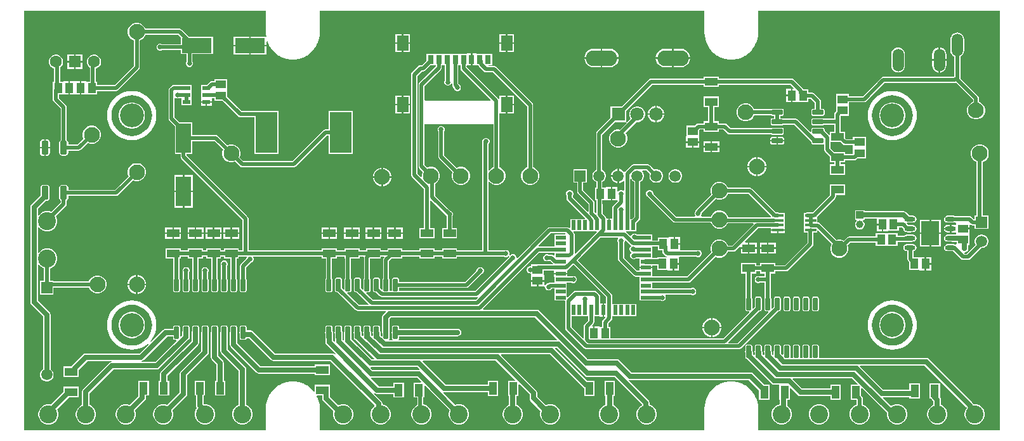
<source format=gbr>
%TF.GenerationSoftware,Altium Limited,Altium Designer,22.7.1 (60)*%
G04 Layer_Physical_Order=1*
G04 Layer_Color=255*
%FSLAX43Y43*%
%MOMM*%
%TF.SameCoordinates,1608F762-6F3A-48E5-B14A-7665CB884DB8*%
%TF.FilePolarity,Positive*%
%TF.FileFunction,Copper,L1,Top,Signal*%
%TF.Part,Single*%
G01*
G75*
%TA.AperFunction,SMDPad,CuDef*%
%ADD10R,1.346X0.508*%
%ADD11R,0.508X1.346*%
%ADD12O,1.450X0.600*%
%ADD13R,2.400X3.200*%
%ADD14R,1.100X1.400*%
%ADD15R,1.400X1.100*%
%ADD16R,0.800X1.200*%
%ADD17R,1.500X2.000*%
G04:AMPARAMS|DCode=18|XSize=1.62mm|YSize=0.6mm|CornerRadius=0.075mm|HoleSize=0mm|Usage=FLASHONLY|Rotation=90.000|XOffset=0mm|YOffset=0mm|HoleType=Round|Shape=RoundedRectangle|*
%AMROUNDEDRECTD18*
21,1,1.620,0.450,0,0,90.0*
21,1,1.470,0.600,0,0,90.0*
1,1,0.150,0.225,0.735*
1,1,0.150,0.225,-0.735*
1,1,0.150,-0.225,-0.735*
1,1,0.150,-0.225,0.735*
%
%ADD18ROUNDEDRECTD18*%
%ADD19R,1.499X0.432*%
%ADD20R,1.700X1.100*%
%ADD21R,1.100X1.700*%
G04:AMPARAMS|DCode=22|XSize=0.6mm|YSize=1.45mm|CornerRadius=0.051mm|HoleSize=0mm|Usage=FLASHONLY|Rotation=90.000|XOffset=0mm|YOffset=0mm|HoleType=Round|Shape=RoundedRectangle|*
%AMROUNDEDRECTD22*
21,1,0.600,1.348,0,0,90.0*
21,1,0.498,1.450,0,0,90.0*
1,1,0.102,0.674,0.249*
1,1,0.102,0.674,-0.249*
1,1,0.102,-0.674,-0.249*
1,1,0.102,-0.674,0.249*
%
%ADD22ROUNDEDRECTD22*%
G04:AMPARAMS|DCode=23|XSize=0.9mm|YSize=1.85mm|CornerRadius=0.225mm|HoleSize=0mm|Usage=FLASHONLY|Rotation=180.000|XOffset=0mm|YOffset=0mm|HoleType=Round|Shape=RoundedRectangle|*
%AMROUNDEDRECTD23*
21,1,0.900,1.400,0,0,180.0*
21,1,0.450,1.850,0,0,180.0*
1,1,0.450,-0.225,0.700*
1,1,0.450,0.225,0.700*
1,1,0.450,0.225,-0.700*
1,1,0.450,-0.225,-0.700*
%
%ADD23ROUNDEDRECTD23*%
%ADD24R,1.050X0.550*%
%ADD25R,2.900X5.400*%
%ADD26R,2.000X4.000*%
%ADD27R,4.000X2.000*%
%TA.AperFunction,Conductor*%
%ADD28C,0.500*%
%ADD29C,0.700*%
%ADD30C,0.200*%
%TA.AperFunction,ComponentPad*%
%ADD31C,1.000*%
%ADD32R,1.000X1.000*%
%ADD33C,2.400*%
%ADD34C,2.100*%
%ADD35C,1.800*%
%ADD36R,1.800X1.800*%
%ADD37O,4.200X2.100*%
%ADD38C,1.500*%
%ADD39R,1.500X1.500*%
%ADD40O,1.508X3.016*%
%ADD41R,1.500X1.500*%
%ADD42C,1.600*%
%ADD43R,1.600X1.600*%
%TA.AperFunction,ViaPad*%
%ADD44C,3.200*%
%ADD45C,0.650*%
G36*
X91020Y53350D02*
X91021Y53345D01*
X91020Y53340D01*
X91031Y53080D01*
X91034Y53065D01*
X91033Y53050D01*
X91115Y52536D01*
X91122Y52517D01*
X91124Y52497D01*
X91285Y52003D01*
X91295Y51985D01*
X91300Y51966D01*
X91536Y51502D01*
X91549Y51486D01*
X91557Y51468D01*
X91863Y51047D01*
X91878Y51034D01*
X91889Y51017D01*
X92257Y50649D01*
X92274Y50638D01*
X92287Y50623D01*
X92708Y50317D01*
X92726Y50309D01*
X92742Y50296D01*
X93206Y50060D01*
X93225Y50055D01*
X93243Y50045D01*
X93737Y49884D01*
X93757Y49882D01*
X93776Y49875D01*
X94290Y49793D01*
X94310Y49794D01*
X94330Y49790D01*
X94850D01*
X94870Y49794D01*
X94890Y49793D01*
X95404Y49875D01*
X95423Y49882D01*
X95443Y49884D01*
X95937Y50045D01*
X95955Y50055D01*
X95974Y50060D01*
X96438Y50296D01*
X96454Y50309D01*
X96472Y50317D01*
X96893Y50623D01*
X96906Y50638D01*
X96923Y50649D01*
X97291Y51017D01*
X97302Y51034D01*
X97317Y51047D01*
X97623Y51468D01*
X97631Y51486D01*
X97644Y51502D01*
X97880Y51966D01*
X97885Y51985D01*
X97895Y52003D01*
X98056Y52497D01*
X98058Y52517D01*
X98065Y52536D01*
X98147Y53050D01*
X98146Y53065D01*
X98149Y53080D01*
X98160Y53340D01*
X98159Y53345D01*
X98160Y53350D01*
Y56330D01*
X130410D01*
Y230D01*
X98155D01*
Y3235D01*
X98154Y3240D01*
X98155Y3245D01*
X98144Y3505D01*
X98141Y3520D01*
X98142Y3535D01*
X98060Y4049D01*
X98053Y4068D01*
X98051Y4088D01*
X97890Y4582D01*
X97880Y4600D01*
X97875Y4619D01*
X97639Y5083D01*
X97626Y5099D01*
X97618Y5117D01*
X97312Y5538D01*
X97297Y5551D01*
X97286Y5568D01*
X96918Y5936D01*
X96901Y5947D01*
X96888Y5962D01*
X96467Y6268D01*
X96449Y6276D01*
X96433Y6289D01*
X95969Y6525D01*
X95950Y6530D01*
X95932Y6540D01*
X95438Y6701D01*
X95418Y6703D01*
X95399Y6710D01*
X94885Y6792D01*
X94865Y6791D01*
X94845Y6795D01*
X94325D01*
X94305Y6791D01*
X94285Y6792D01*
X93771Y6710D01*
X93752Y6703D01*
X93732Y6701D01*
X93238Y6540D01*
X93220Y6530D01*
X93201Y6525D01*
X92737Y6289D01*
X92721Y6276D01*
X92703Y6268D01*
X92282Y5962D01*
X92269Y5947D01*
X92252Y5936D01*
X91884Y5568D01*
X91873Y5551D01*
X91858Y5538D01*
X91552Y5117D01*
X91544Y5099D01*
X91531Y5083D01*
X91295Y4619D01*
X91290Y4600D01*
X91280Y4582D01*
X91119Y4088D01*
X91117Y4068D01*
X91110Y4049D01*
X91028Y3535D01*
X91029Y3520D01*
X91026Y3505D01*
X91015Y3245D01*
X91016Y3240D01*
X91015Y3235D01*
Y255D01*
X39645D01*
Y3235D01*
X39644Y3240D01*
X39645Y3245D01*
X39634Y3505D01*
X39631Y3520D01*
X39632Y3535D01*
X39550Y4049D01*
X39543Y4068D01*
X39541Y4088D01*
X39380Y4582D01*
X39370Y4600D01*
X39365Y4619D01*
X39260Y4826D01*
X39326Y4934D01*
X39994D01*
Y4533D01*
X40033Y4338D01*
X40144Y4172D01*
X41488Y2828D01*
X41424Y2591D01*
Y2235D01*
X41516Y1892D01*
X41694Y1583D01*
X41945Y1332D01*
X42254Y1154D01*
X42597Y1062D01*
X42953D01*
X43296Y1154D01*
X43605Y1332D01*
X43856Y1583D01*
X44034Y1892D01*
X44126Y2235D01*
Y2591D01*
X44034Y2934D01*
X43856Y3243D01*
X43605Y3494D01*
X43296Y3672D01*
X42953Y3764D01*
X42597D01*
X42254Y3672D01*
X42149Y3612D01*
X41016Y4745D01*
Y5435D01*
X41006Y5484D01*
Y6336D01*
X39004D01*
Y5465D01*
X38883Y5426D01*
X38802Y5538D01*
X38787Y5551D01*
X38776Y5568D01*
X38408Y5936D01*
X38391Y5947D01*
X38378Y5962D01*
X37957Y6268D01*
X37939Y6276D01*
X37923Y6289D01*
X37459Y6525D01*
X37440Y6530D01*
X37422Y6540D01*
X36928Y6701D01*
X36908Y6703D01*
X36889Y6710D01*
X36375Y6792D01*
X36355Y6791D01*
X36335Y6795D01*
X35815D01*
X35795Y6791D01*
X35775Y6792D01*
X35261Y6710D01*
X35242Y6703D01*
X35222Y6701D01*
X34728Y6540D01*
X34710Y6530D01*
X34691Y6525D01*
X34227Y6289D01*
X34211Y6276D01*
X34193Y6268D01*
X33772Y5962D01*
X33759Y5947D01*
X33742Y5936D01*
X33374Y5568D01*
X33363Y5551D01*
X33348Y5538D01*
X33042Y5117D01*
X33034Y5099D01*
X33021Y5083D01*
X32785Y4619D01*
X32780Y4600D01*
X32770Y4582D01*
X32609Y4088D01*
X32607Y4068D01*
X32600Y4049D01*
X32518Y3535D01*
X32519Y3520D01*
X32516Y3505D01*
X32505Y3245D01*
X32506Y3240D01*
X32505Y3235D01*
Y255D01*
X255D01*
Y56355D01*
X32505D01*
Y53375D01*
X32506Y53370D01*
X32505Y53365D01*
X32516Y53105D01*
X32519Y53090D01*
X32518Y53075D01*
X32536Y52966D01*
X32453Y52870D01*
X30480D01*
Y51770D01*
X32580D01*
Y52201D01*
X32707Y52221D01*
X32770Y52028D01*
X32780Y52010D01*
X32785Y51991D01*
X33021Y51527D01*
X33034Y51511D01*
X33042Y51493D01*
X33348Y51072D01*
X33363Y51059D01*
X33374Y51042D01*
X33742Y50674D01*
X33759Y50663D01*
X33772Y50648D01*
X34193Y50342D01*
X34211Y50334D01*
X34227Y50321D01*
X34691Y50085D01*
X34710Y50080D01*
X34728Y50070D01*
X35222Y49909D01*
X35242Y49907D01*
X35261Y49900D01*
X35775Y49818D01*
X35795Y49819D01*
X35815Y49815D01*
X36335D01*
X36355Y49819D01*
X36375Y49818D01*
X36889Y49900D01*
X36908Y49907D01*
X36928Y49909D01*
X37422Y50070D01*
X37440Y50080D01*
X37459Y50085D01*
X37923Y50321D01*
X37939Y50334D01*
X37957Y50342D01*
X38378Y50648D01*
X38391Y50663D01*
X38408Y50674D01*
X38776Y51042D01*
X38787Y51059D01*
X38802Y51072D01*
X39108Y51493D01*
X39116Y51511D01*
X39129Y51527D01*
X39365Y51991D01*
X39370Y52010D01*
X39380Y52028D01*
X39541Y52522D01*
X39543Y52542D01*
X39550Y52561D01*
X39632Y53075D01*
X39631Y53090D01*
X39634Y53105D01*
X39645Y53365D01*
X39644Y53370D01*
X39645Y53375D01*
Y56355D01*
X91020D01*
Y53350D01*
D02*
G37*
%LPC*%
G36*
X65570Y53200D02*
X64720D01*
Y52100D01*
X65570D01*
Y53200D01*
D02*
G37*
G36*
X51680D02*
X50830D01*
Y52100D01*
X51680D01*
Y53200D01*
D02*
G37*
G36*
X64520D02*
X63670D01*
Y52100D01*
X64520D01*
Y53200D01*
D02*
G37*
G36*
X50630D02*
X49780D01*
Y52100D01*
X50630D01*
Y53200D01*
D02*
G37*
G36*
X15408Y54701D02*
X15092D01*
X14786Y54619D01*
X14513Y54461D01*
X14289Y54237D01*
X14131Y53964D01*
X14049Y53658D01*
Y53342D01*
X14131Y53036D01*
X14289Y52763D01*
X14513Y52539D01*
X14786Y52381D01*
X14841Y52366D01*
Y48919D01*
X12331Y46409D01*
X9951D01*
Y46851D01*
X9804D01*
Y48586D01*
X9907Y48614D01*
X10124Y48739D01*
X10301Y48916D01*
X10426Y49133D01*
X10491Y49375D01*
Y49625D01*
X10426Y49867D01*
X10301Y50084D01*
X10124Y50261D01*
X9907Y50386D01*
X9665Y50451D01*
X9415D01*
X9173Y50386D01*
X8956Y50261D01*
X8779Y50084D01*
X8654Y49867D01*
X8589Y49625D01*
Y49375D01*
X8654Y49133D01*
X8779Y48916D01*
X8956Y48739D01*
X8986Y48722D01*
Y46851D01*
X8607D01*
X8500Y46900D01*
X8442Y46900D01*
X7850D01*
Y46000D01*
Y45100D01*
X8442D01*
X8500Y45100D01*
X8607Y45149D01*
X8627D01*
X9951D01*
Y45591D01*
X12500D01*
X12656Y45622D01*
X12789Y45711D01*
X15539Y48461D01*
X15628Y48594D01*
X15659Y48750D01*
Y52366D01*
X15714Y52381D01*
X15987Y52539D01*
X16211Y52763D01*
X16369Y53036D01*
X16384Y53091D01*
X20781D01*
X21129Y52743D01*
Y51859D01*
X18632D01*
X18470Y51926D01*
X18280D01*
X18105Y51854D01*
X17971Y51720D01*
X17899Y51545D01*
Y51355D01*
X17971Y51180D01*
X18105Y51046D01*
X18280Y50974D01*
X18470D01*
X18632Y51041D01*
X21129D01*
Y50519D01*
X21871D01*
Y49531D01*
X21804Y49369D01*
Y49180D01*
X21876Y49005D01*
X22010Y48871D01*
X22185Y48799D01*
X22375D01*
X22550Y48871D01*
X22684Y49005D01*
X22756Y49180D01*
Y49369D01*
X22689Y49531D01*
Y50519D01*
X25431D01*
Y52821D01*
X22208D01*
X21239Y53789D01*
X21106Y53878D01*
X20950Y53909D01*
X16384D01*
X16369Y53964D01*
X16211Y54237D01*
X15987Y54461D01*
X15714Y54619D01*
X15408Y54701D01*
D02*
G37*
G36*
X30280Y52870D02*
X28180D01*
Y51770D01*
X30280D01*
Y52870D01*
D02*
G37*
G36*
X65570Y51900D02*
X64720D01*
Y50800D01*
X65570D01*
Y51900D01*
D02*
G37*
G36*
X64520D02*
X63670D01*
Y50800D01*
X64520D01*
Y51900D01*
D02*
G37*
G36*
X51680D02*
X50830D01*
Y50800D01*
X51680D01*
Y51900D01*
D02*
G37*
G36*
X50630D02*
X49780D01*
Y50800D01*
X50630D01*
Y51900D01*
D02*
G37*
G36*
X32580Y51570D02*
X30480D01*
Y50470D01*
X32580D01*
Y51570D01*
D02*
G37*
G36*
X30280D02*
X28180D01*
Y50470D01*
X30280D01*
Y51570D01*
D02*
G37*
G36*
X87840Y51261D02*
X86890D01*
Y50100D01*
X89088D01*
X89058Y50326D01*
X88932Y50630D01*
X88732Y50892D01*
X88470Y51092D01*
X88166Y51218D01*
X87840Y51261D01*
D02*
G37*
G36*
X86690D02*
X85740D01*
X85414Y51218D01*
X85110Y51092D01*
X84848Y50892D01*
X84648Y50630D01*
X84522Y50326D01*
X84492Y50100D01*
X86690D01*
Y51261D01*
D02*
G37*
G36*
X78340D02*
X77390D01*
Y50100D01*
X79588D01*
X79558Y50326D01*
X79432Y50630D01*
X79232Y50892D01*
X78970Y51092D01*
X78666Y51218D01*
X78340Y51261D01*
D02*
G37*
G36*
X77190D02*
X76240D01*
X75914Y51218D01*
X75610Y51092D01*
X75348Y50892D01*
X75148Y50630D01*
X75022Y50326D01*
X74992Y50100D01*
X77190D01*
Y51261D01*
D02*
G37*
G36*
X122450Y51453D02*
Y49850D01*
X123312D01*
Y50504D01*
X123279Y50753D01*
X123183Y50985D01*
X123030Y51184D01*
X122831Y51337D01*
X122599Y51433D01*
X122450Y51453D01*
D02*
G37*
G36*
X122250Y51453D02*
X122101Y51433D01*
X121869Y51337D01*
X121670Y51184D01*
X121517Y50985D01*
X121421Y50753D01*
X121388Y50504D01*
Y49850D01*
X122250D01*
Y51453D01*
D02*
G37*
G36*
X8000Y50500D02*
X7100D01*
Y49600D01*
X8000D01*
Y50500D01*
D02*
G37*
G36*
X6900D02*
X6000D01*
Y49600D01*
X6900D01*
Y50500D01*
D02*
G37*
G36*
X89088Y49900D02*
X86890D01*
Y48739D01*
X87840D01*
X88166Y48782D01*
X88470Y48908D01*
X88732Y49108D01*
X88932Y49370D01*
X89058Y49674D01*
X89088Y49900D01*
D02*
G37*
G36*
X86690D02*
X84492D01*
X84522Y49674D01*
X84648Y49370D01*
X84848Y49108D01*
X85110Y48908D01*
X85414Y48782D01*
X85740Y48739D01*
X86690D01*
Y49900D01*
D02*
G37*
G36*
X79588D02*
X77390D01*
Y48739D01*
X78340D01*
X78666Y48782D01*
X78970Y48908D01*
X79232Y49108D01*
X79432Y49370D01*
X79558Y49674D01*
X79588Y49900D01*
D02*
G37*
G36*
X77190D02*
X74992D01*
X75022Y49674D01*
X75148Y49370D01*
X75348Y49108D01*
X75610Y48908D01*
X75914Y48782D01*
X76240Y48739D01*
X77190D01*
Y49900D01*
D02*
G37*
G36*
X8000Y49400D02*
X7100D01*
Y48500D01*
X8000D01*
Y49400D01*
D02*
G37*
G36*
X6900D02*
X6000D01*
Y48500D01*
X6900D01*
Y49400D01*
D02*
G37*
G36*
X116850Y51417D02*
X116614Y51386D01*
X116394Y51295D01*
X116205Y51149D01*
X116059Y50960D01*
X115968Y50740D01*
X115937Y50504D01*
Y48996D01*
X115968Y48760D01*
X116059Y48540D01*
X116205Y48351D01*
X116394Y48205D01*
X116614Y48114D01*
X116850Y48083D01*
X117086Y48114D01*
X117306Y48205D01*
X117495Y48351D01*
X117641Y48540D01*
X117732Y48760D01*
X117763Y48996D01*
Y50504D01*
X117732Y50740D01*
X117641Y50960D01*
X117495Y51149D01*
X117306Y51295D01*
X117086Y51386D01*
X116850Y51417D01*
D02*
G37*
G36*
X123312Y49650D02*
X122450D01*
Y48047D01*
X122599Y48067D01*
X122831Y48163D01*
X123030Y48316D01*
X123183Y48515D01*
X123279Y48747D01*
X123312Y48996D01*
Y49650D01*
D02*
G37*
G36*
X122250D02*
X121388D01*
Y48996D01*
X121421Y48747D01*
X121517Y48515D01*
X121670Y48316D01*
X121869Y48163D01*
X122101Y48067D01*
X122250Y48047D01*
Y49650D01*
D02*
G37*
G36*
X102584Y45900D02*
X101934D01*
Y45100D01*
X102584D01*
Y45900D01*
D02*
G37*
G36*
X4585Y50451D02*
X4335D01*
X4093Y50386D01*
X3876Y50261D01*
X3699Y50084D01*
X3574Y49867D01*
X3509Y49625D01*
Y49375D01*
X3574Y49133D01*
X3699Y48916D01*
X3876Y48739D01*
X4093Y48614D01*
X4196Y48586D01*
Y46851D01*
X4049D01*
Y45739D01*
X4041Y45700D01*
Y45050D01*
X4031Y45000D01*
Y44500D01*
X4062Y44344D01*
X4151Y44211D01*
X5091Y43271D01*
Y39054D01*
X5004Y38996D01*
X4921Y38872D01*
X4892Y38725D01*
Y37325D01*
X4921Y37178D01*
X5004Y37054D01*
X5128Y36971D01*
X5275Y36942D01*
X5725D01*
X5872Y36971D01*
X5996Y37054D01*
X6079Y37178D01*
X6108Y37325D01*
Y37616D01*
X7525D01*
X7681Y37647D01*
X7814Y37736D01*
X8737Y38659D01*
X8786Y38631D01*
X9092Y38549D01*
X9408D01*
X9714Y38631D01*
X9987Y38789D01*
X10211Y39013D01*
X10369Y39286D01*
X10451Y39592D01*
Y39908D01*
X10369Y40214D01*
X10211Y40487D01*
X9987Y40711D01*
X9714Y40869D01*
X9408Y40951D01*
X9092D01*
X8786Y40869D01*
X8513Y40711D01*
X8289Y40487D01*
X8131Y40214D01*
X8049Y39908D01*
Y39592D01*
X8131Y39286D01*
X8159Y39237D01*
X7356Y38434D01*
X6108D01*
Y38725D01*
X6079Y38872D01*
X5996Y38996D01*
X5909Y39054D01*
Y43440D01*
X5878Y43596D01*
X5789Y43729D01*
X4849Y44669D01*
Y44960D01*
X4859Y45010D01*
Y45149D01*
X5393D01*
X5500Y45100D01*
X5558Y45100D01*
X6150D01*
Y46000D01*
Y46900D01*
X5558D01*
X5500Y46900D01*
X5393Y46851D01*
X5014D01*
Y48722D01*
X5044Y48739D01*
X5221Y48916D01*
X5346Y49133D01*
X5411Y49375D01*
Y49625D01*
X5346Y49867D01*
X5221Y50084D01*
X5044Y50261D01*
X4827Y50386D01*
X4585Y50451D01*
D02*
G37*
G36*
X7006Y46900D02*
X6893Y46900D01*
X6350D01*
Y46000D01*
Y45100D01*
X6873D01*
X6987Y45100D01*
X7107Y45100D01*
X7650D01*
Y46000D01*
Y46900D01*
X7127D01*
X7006Y46900D01*
D02*
G37*
G36*
X102584Y44900D02*
X101934D01*
Y44100D01*
X102584D01*
Y44900D01*
D02*
G37*
G36*
X65570Y45000D02*
X64720D01*
Y43900D01*
X65570D01*
Y45000D01*
D02*
G37*
G36*
X51680D02*
X50830D01*
Y43900D01*
X51680D01*
Y45000D01*
D02*
G37*
G36*
X50630D02*
X49780D01*
Y43900D01*
X50630D01*
Y45000D01*
D02*
G37*
G36*
X59850Y50600D02*
X59350D01*
Y50551D01*
X53899D01*
Y49627D01*
X53306Y49034D01*
X53100D01*
X52944Y49003D01*
X52811Y48914D01*
X51986Y48089D01*
X51897Y47956D01*
X51866Y47800D01*
Y34423D01*
X51897Y34267D01*
X51986Y34134D01*
X53591Y32529D01*
Y27305D01*
X52999D01*
Y25903D01*
X55001D01*
Y27305D01*
X54409D01*
Y30958D01*
X54526Y31006D01*
X56529Y29003D01*
X56591Y28854D01*
Y27305D01*
X55999D01*
Y25903D01*
X58001D01*
Y27305D01*
X57409D01*
Y28854D01*
X57476Y29016D01*
Y29205D01*
X57404Y29380D01*
X57270Y29514D01*
X57108Y29581D01*
X55060Y31629D01*
Y33186D01*
X55237Y33289D01*
X55461Y33513D01*
X55619Y33786D01*
X55701Y34092D01*
Y34408D01*
X55619Y34714D01*
X55461Y34987D01*
X55237Y35211D01*
X54964Y35369D01*
X54658Y35451D01*
X54342D01*
X54036Y35369D01*
X54016Y35358D01*
X53659Y35715D01*
Y41119D01*
X53786Y41203D01*
X53825Y41187D01*
X62830D01*
X62841Y41179D01*
Y35384D01*
X62786Y35369D01*
X62513Y35211D01*
X62289Y34987D01*
X62282Y34975D01*
X62159Y35007D01*
Y38486D01*
X62254Y38580D01*
X62326Y38755D01*
Y38945D01*
X62254Y39120D01*
X62120Y39254D01*
X61945Y39326D01*
X61755D01*
X61580Y39254D01*
X61446Y39120D01*
X61374Y38945D01*
Y38868D01*
X61372Y38866D01*
X61341Y38709D01*
Y24313D01*
X58001D01*
Y24605D01*
X55999D01*
Y24313D01*
X55001D01*
Y24605D01*
X52999D01*
Y24313D01*
X50696D01*
Y24605D01*
X48694D01*
Y24313D01*
X47831D01*
Y24601D01*
X45829D01*
Y24313D01*
X44981D01*
Y24605D01*
X42979D01*
Y24313D01*
X41946D01*
Y24605D01*
X39944D01*
Y24313D01*
X30159D01*
Y28550D01*
X30128Y28706D01*
X30039Y28839D01*
X21909Y36969D01*
Y37149D01*
X22651D01*
Y38891D01*
X25646D01*
X26774Y37763D01*
X26746Y37714D01*
X26664Y37408D01*
Y37092D01*
X26746Y36786D01*
X26904Y36513D01*
X27128Y36289D01*
X27401Y36131D01*
X27707Y36049D01*
X28023D01*
X28329Y36131D01*
X28378Y36159D01*
X29012Y35525D01*
X29145Y35436D01*
X29301Y35405D01*
X36172D01*
X36328Y35436D01*
X36461Y35525D01*
X40577Y39641D01*
X40849D01*
Y37199D01*
X44051D01*
Y42901D01*
X40849D01*
Y40459D01*
X40408D01*
X40252Y40428D01*
X40119Y40339D01*
X36003Y36223D01*
X29470D01*
X28956Y36737D01*
X28984Y36786D01*
X29066Y37092D01*
Y37408D01*
X28984Y37714D01*
X28826Y37987D01*
X28602Y38211D01*
X28329Y38369D01*
X28023Y38451D01*
X27707D01*
X27401Y38369D01*
X27352Y38341D01*
X26104Y39589D01*
X25971Y39678D01*
X25815Y39709D01*
X22651D01*
Y41451D01*
X20927D01*
X20309Y42069D01*
Y44602D01*
X20436Y44659D01*
X20580Y44599D01*
X20770D01*
X20932Y44666D01*
X21185D01*
X21214Y44551D01*
X21214Y44551D01*
X21214D01*
X21214Y44551D01*
Y43699D01*
X22566D01*
Y44551D01*
X22566D01*
Y44649D01*
X22566D01*
Y45501D01*
X22566D01*
Y45599D01*
X22566D01*
Y46451D01*
X21214D01*
Y46434D01*
X20193D01*
X20036Y46403D01*
X19904Y46314D01*
X19611Y46021D01*
X19522Y45889D01*
X19491Y45732D01*
Y41900D01*
X19522Y41744D01*
X19611Y41611D01*
X20349Y40873D01*
Y37149D01*
X21091D01*
Y36800D01*
X21122Y36644D01*
X21211Y36511D01*
X29341Y28381D01*
Y24313D01*
X28866D01*
Y24605D01*
X26864D01*
Y24313D01*
X26501D01*
Y24605D01*
X24499D01*
Y24313D01*
X24096D01*
Y24601D01*
X22094D01*
Y24313D01*
X21104D01*
Y24605D01*
X19101D01*
Y23203D01*
X20146D01*
Y20562D01*
X20117Y20518D01*
X20100Y20430D01*
Y18960D01*
X20117Y18872D01*
X20167Y18797D01*
X20242Y18747D01*
X20330Y18730D01*
X20780D01*
X20868Y18747D01*
X20943Y18797D01*
X20993Y18872D01*
X21010Y18960D01*
Y20430D01*
X20993Y20518D01*
X20964Y20562D01*
Y23203D01*
X21104D01*
Y23495D01*
X22094D01*
Y23199D01*
X22686D01*
Y20562D01*
X22657Y20518D01*
X22640Y20430D01*
Y18960D01*
X22657Y18872D01*
X22707Y18797D01*
X22782Y18747D01*
X22870Y18730D01*
X23320D01*
X23408Y18747D01*
X23483Y18797D01*
X23533Y18872D01*
X23550Y18960D01*
Y20430D01*
X23533Y20518D01*
X23504Y20562D01*
Y23199D01*
X24096D01*
Y23495D01*
X24499D01*
Y23203D01*
X25226D01*
Y20562D01*
X25197Y20518D01*
X25180Y20430D01*
Y18960D01*
X25197Y18872D01*
X25247Y18797D01*
X25322Y18747D01*
X25410Y18730D01*
X25860D01*
X25948Y18747D01*
X26023Y18797D01*
X26073Y18872D01*
X26090Y18960D01*
Y20430D01*
X26073Y20518D01*
X26044Y20562D01*
Y23203D01*
X26501D01*
Y23495D01*
X26864D01*
Y23203D01*
X27766D01*
Y20562D01*
X27737Y20518D01*
X27720Y20430D01*
Y18960D01*
X27737Y18872D01*
X27787Y18797D01*
X27862Y18747D01*
X27950Y18730D01*
X28400D01*
X28488Y18747D01*
X28563Y18797D01*
X28613Y18872D01*
X28630Y18960D01*
Y20430D01*
X28613Y20518D01*
X28584Y20562D01*
Y23203D01*
X28866D01*
Y23495D01*
X29895D01*
X29943Y23368D01*
X29882Y23222D01*
X29156Y22495D01*
X29067Y22362D01*
X29036Y22206D01*
Y20562D01*
X29007Y20518D01*
X28990Y20430D01*
Y18960D01*
X29007Y18872D01*
X29057Y18797D01*
X29132Y18747D01*
X29220Y18730D01*
X29670D01*
X29758Y18747D01*
X29833Y18797D01*
X29883Y18872D01*
X29900Y18960D01*
Y20430D01*
X29883Y20518D01*
X29854Y20562D01*
Y22037D01*
X30461Y22643D01*
X30623Y22710D01*
X30757Y22844D01*
X30829Y23019D01*
Y23209D01*
X30763Y23368D01*
X30811Y23495D01*
X39944D01*
Y23203D01*
X40485D01*
Y20562D01*
X40456Y20518D01*
X40439Y20430D01*
Y18960D01*
X40456Y18872D01*
X40506Y18797D01*
X40581Y18747D01*
X40669Y18730D01*
X41119D01*
X41207Y18747D01*
X41282Y18797D01*
X41332Y18872D01*
X41349Y18960D01*
Y20430D01*
X41332Y20518D01*
X41303Y20562D01*
Y23203D01*
X41946D01*
Y23495D01*
X42979D01*
Y23203D01*
X43025D01*
Y20562D01*
X42996Y20518D01*
X42979Y20430D01*
Y19128D01*
X42852Y19076D01*
X42619Y19308D01*
Y20430D01*
X42602Y20518D01*
X42552Y20593D01*
X42477Y20643D01*
X42389Y20660D01*
X41939D01*
X41851Y20643D01*
X41776Y20593D01*
X41726Y20518D01*
X41709Y20430D01*
Y18960D01*
X41726Y18872D01*
X41776Y18797D01*
X41851Y18747D01*
X41939Y18730D01*
X42041D01*
X44439Y16332D01*
X44572Y16243D01*
X44728Y16212D01*
X48471D01*
X48519Y16095D01*
X48153Y15728D01*
X48042Y15562D01*
X48003Y15367D01*
Y13305D01*
X48042Y13110D01*
X48059Y13085D01*
Y12874D01*
X47941Y12826D01*
X47805Y12962D01*
Y13255D01*
X47766Y13450D01*
X47699Y13550D01*
Y14040D01*
X47682Y14128D01*
X47632Y14203D01*
X47557Y14253D01*
X47469Y14270D01*
X47019D01*
X46931Y14253D01*
X46856Y14203D01*
X46806Y14128D01*
X46789Y14040D01*
Y13525D01*
X46772Y13500D01*
X46733Y13305D01*
X46772Y13110D01*
X46783Y13093D01*
Y12893D01*
X46656Y12841D01*
X46535Y12962D01*
Y13255D01*
X46496Y13450D01*
X46429Y13550D01*
Y14040D01*
X46412Y14128D01*
X46362Y14203D01*
X46287Y14253D01*
X46199Y14270D01*
X45749D01*
X45661Y14253D01*
X45586Y14203D01*
X45536Y14128D01*
X45519Y14040D01*
Y13525D01*
X45502Y13500D01*
X45463Y13305D01*
X45502Y13110D01*
X45513Y13093D01*
Y12893D01*
X45386Y12841D01*
X45265Y12962D01*
Y13255D01*
X45226Y13450D01*
X45159Y13550D01*
Y14040D01*
X45142Y14128D01*
X45092Y14203D01*
X45017Y14253D01*
X44929Y14270D01*
X44479D01*
X44391Y14253D01*
X44316Y14203D01*
X44266Y14128D01*
X44249Y14040D01*
Y13525D01*
X44232Y13500D01*
X44193Y13305D01*
X44232Y13110D01*
X44243Y13093D01*
Y12750D01*
X44249Y12723D01*
Y12570D01*
X44266Y12482D01*
X44316Y12407D01*
X44391Y12357D01*
X44433Y12349D01*
X46934Y9848D01*
X46885Y9731D01*
X46618D01*
X43945Y12404D01*
Y13305D01*
X43945Y13305D01*
X43906Y13500D01*
X43889Y13525D01*
Y14040D01*
X43872Y14128D01*
X43822Y14203D01*
X43747Y14253D01*
X43659Y14270D01*
X43209D01*
X43121Y14253D01*
X43046Y14203D01*
X42996Y14128D01*
X42979Y14040D01*
Y13525D01*
X42962Y13500D01*
X42923Y13305D01*
Y12342D01*
X42805Y12291D01*
X42725Y12354D01*
Y13255D01*
X42686Y13450D01*
X42619Y13550D01*
Y14040D01*
X42602Y14128D01*
X42552Y14203D01*
X42477Y14253D01*
X42389Y14270D01*
X41939D01*
X41851Y14253D01*
X41776Y14203D01*
X41726Y14128D01*
X41709Y14040D01*
Y13525D01*
X41692Y13500D01*
X41653Y13305D01*
X41692Y13110D01*
X41703Y13093D01*
Y12158D01*
X41605Y12105D01*
X41580Y12101D01*
X41455Y12227D01*
Y13255D01*
X41416Y13450D01*
X41349Y13550D01*
Y14040D01*
X41332Y14128D01*
X41282Y14203D01*
X41207Y14253D01*
X41119Y14270D01*
X40669D01*
X40581Y14253D01*
X40506Y14203D01*
X40456Y14128D01*
X40439Y14040D01*
Y13525D01*
X40422Y13500D01*
X40383Y13305D01*
X40422Y13110D01*
X40433Y13093D01*
Y12015D01*
X40472Y11820D01*
X40583Y11654D01*
X41751Y10486D01*
X41666Y10394D01*
X41500Y10505D01*
X41305Y10544D01*
X33704D01*
X30796Y13451D01*
X30630Y13562D01*
X30435Y13601D01*
X29900D01*
Y14040D01*
X29883Y14128D01*
X29833Y14203D01*
X29758Y14253D01*
X29670Y14270D01*
X29220D01*
X29132Y14253D01*
X29057Y14203D01*
X29007Y14128D01*
X28990Y14040D01*
Y13525D01*
X28973Y13500D01*
X28934Y13305D01*
X28973Y13110D01*
X28984Y13093D01*
Y13090D01*
X28990Y13063D01*
Y12570D01*
X29007Y12482D01*
X29057Y12407D01*
X29132Y12357D01*
X29220Y12340D01*
X29670D01*
X29758Y12357D01*
X29833Y12407D01*
X29883Y12482D01*
X29900Y12570D01*
Y12579D01*
X30223D01*
X33131Y9672D01*
X33297Y9561D01*
X33492Y9522D01*
X41093D01*
X46975Y3641D01*
X46962Y3504D01*
X46945Y3494D01*
X46694Y3243D01*
X46516Y2934D01*
X46424Y2591D01*
Y2235D01*
X46516Y1892D01*
X46694Y1583D01*
X46945Y1332D01*
X47254Y1154D01*
X47597Y1062D01*
X47953D01*
X48296Y1154D01*
X48605Y1332D01*
X48856Y1583D01*
X49034Y1892D01*
X49126Y2235D01*
Y2591D01*
X49034Y2934D01*
X48856Y3243D01*
X48605Y3494D01*
X48296Y3672D01*
X48022Y3746D01*
Y3827D01*
X47983Y4022D01*
X47872Y4188D01*
X47872Y4188D01*
X46878Y5182D01*
X46963Y5274D01*
X47129Y5163D01*
X47324Y5124D01*
X49511D01*
Y4634D01*
X50913D01*
Y6636D01*
X49511D01*
Y6146D01*
X47536D01*
X46506Y7176D01*
X46568Y7293D01*
X52640D01*
X53180Y6753D01*
X53131Y6636D01*
X52211D01*
Y4634D01*
X52674D01*
Y3639D01*
X52423Y3494D01*
X52172Y3243D01*
X51994Y2934D01*
X51902Y2591D01*
Y2235D01*
X51994Y1892D01*
X52172Y1583D01*
X52423Y1332D01*
X52732Y1154D01*
X53075Y1062D01*
X53431D01*
X53774Y1154D01*
X54083Y1332D01*
X54334Y1583D01*
X54512Y1892D01*
X54604Y2235D01*
Y2591D01*
X54512Y2934D01*
X54334Y3243D01*
X54083Y3494D01*
X53774Y3672D01*
X53491Y3748D01*
Y4634D01*
X53613D01*
Y6154D01*
X53730Y6203D01*
X56996Y2937D01*
X56994Y2934D01*
X56902Y2591D01*
Y2235D01*
X56994Y1892D01*
X57172Y1583D01*
X57423Y1332D01*
X57732Y1154D01*
X58075Y1062D01*
X58431D01*
X58774Y1154D01*
X59083Y1332D01*
X59334Y1583D01*
X59512Y1892D01*
X59604Y2235D01*
Y2591D01*
X59512Y2934D01*
X59334Y3243D01*
X59083Y3494D01*
X58774Y3672D01*
X58431Y3764D01*
X58075D01*
X57732Y3672D01*
X57715Y3663D01*
X56152Y5226D01*
X56215Y5343D01*
X56274Y5331D01*
X62084D01*
Y4841D01*
X63486D01*
Y6843D01*
X62084D01*
Y6353D01*
X56486D01*
X53396Y9443D01*
X53444Y9560D01*
X63153D01*
X65753Y6960D01*
X65704Y6843D01*
X64784D01*
Y4841D01*
X64934D01*
Y3675D01*
X64924Y3672D01*
X64615Y3494D01*
X64364Y3243D01*
X64186Y2934D01*
X64094Y2591D01*
Y2235D01*
X64186Y1892D01*
X64364Y1583D01*
X64615Y1332D01*
X64924Y1154D01*
X65267Y1062D01*
X65623D01*
X65966Y1154D01*
X66275Y1332D01*
X66526Y1583D01*
X66704Y1892D01*
X66796Y2235D01*
Y2591D01*
X66704Y2934D01*
X66526Y3243D01*
X66275Y3494D01*
X65966Y3672D01*
X65956Y3675D01*
Y4841D01*
X66186D01*
Y6361D01*
X66303Y6410D01*
X67670Y5043D01*
Y4550D01*
X67709Y4354D01*
X67820Y4189D01*
X69162Y2846D01*
X69094Y2591D01*
Y2235D01*
X69186Y1892D01*
X69364Y1583D01*
X69615Y1332D01*
X69924Y1154D01*
X70267Y1062D01*
X70623D01*
X70966Y1154D01*
X71275Y1332D01*
X71526Y1583D01*
X71704Y1892D01*
X71796Y2235D01*
Y2591D01*
X71704Y2934D01*
X71526Y3243D01*
X71275Y3494D01*
X70966Y3672D01*
X70623Y3764D01*
X70267D01*
X69924Y3672D01*
X69833Y3620D01*
X68692Y4761D01*
Y5254D01*
X68653Y5450D01*
X68542Y5616D01*
X63864Y10294D01*
X63913Y10411D01*
X70358D01*
X74789Y5981D01*
X74949Y5874D01*
Y4841D01*
X76351D01*
Y6843D01*
X75499D01*
X75450Y6853D01*
X75362D01*
X71070Y11145D01*
X71118Y11262D01*
X71287D01*
X75036Y7513D01*
X75202Y7402D01*
X75397Y7363D01*
X79007D01*
X82652Y3719D01*
Y3599D01*
X82470Y3494D01*
X82219Y3243D01*
X82041Y2934D01*
X81949Y2591D01*
Y2235D01*
X82041Y1892D01*
X82219Y1583D01*
X82470Y1332D01*
X82779Y1154D01*
X83122Y1062D01*
X83478D01*
X83821Y1154D01*
X84130Y1332D01*
X84381Y1583D01*
X84559Y1892D01*
X84651Y2235D01*
Y2591D01*
X84559Y2934D01*
X84381Y3243D01*
X84130Y3494D01*
X83821Y3672D01*
X83673Y3712D01*
Y3930D01*
X83634Y4126D01*
X83524Y4292D01*
X80930Y6885D01*
X80993Y7002D01*
X81094Y6982D01*
X96930D01*
X98299Y5613D01*
Y4333D01*
X99701D01*
Y6335D01*
X99022D01*
X97503Y7854D01*
X97337Y7965D01*
X97141Y8004D01*
X81306D01*
X79677Y9632D01*
X79511Y9743D01*
X79316Y9782D01*
X75416D01*
X68966Y16231D01*
X68800Y16342D01*
X68605Y16381D01*
X61516D01*
X61468Y16498D01*
X68961Y23991D01*
X70999D01*
Y23671D01*
X70872Y23625D01*
X70770Y23693D01*
X70614Y23724D01*
X70234D01*
X70072Y23791D01*
X69882D01*
X69707Y23719D01*
X69573Y23585D01*
X69501Y23410D01*
Y23221D01*
X69573Y23046D01*
X69707Y22912D01*
X69882Y22839D01*
X70072D01*
X70234Y22906D01*
X70444D01*
X70811Y22540D01*
X70784Y22442D01*
X70763Y22413D01*
X68795D01*
X68760Y22406D01*
X67899D01*
Y22217D01*
X67845Y22181D01*
X67655D01*
X67480Y22109D01*
X67346Y21975D01*
X67274Y21800D01*
Y21610D01*
X67346Y21435D01*
X67480Y21301D01*
X67655Y21229D01*
X67787D01*
X67899Y21125D01*
Y21062D01*
X67850Y20955D01*
X67850Y20897D01*
Y20305D01*
X69650D01*
Y20897D01*
X69650Y20955D01*
X69601Y21062D01*
Y21595D01*
X70950D01*
Y21300D01*
X71823D01*
X72696D01*
Y21639D01*
X72810Y21715D01*
X73513Y22417D01*
X77891Y18039D01*
Y17196D01*
X77600D01*
Y16323D01*
Y15450D01*
X77742D01*
X77795Y15323D01*
X77461Y14989D01*
X77372Y14856D01*
X77341Y14700D01*
Y14101D01*
X77107D01*
X77000Y14150D01*
Y14150D01*
X77000Y14150D01*
X76350D01*
Y13250D01*
X76150D01*
Y14150D01*
X76077D01*
X76028Y14267D01*
X76189Y14428D01*
X76278Y14561D01*
X76309Y14717D01*
Y15499D01*
X77046D01*
Y15450D01*
X77400D01*
Y16323D01*
Y17196D01*
X77105D01*
Y18122D01*
X77074Y18279D01*
X76985Y18411D01*
X76601Y18795D01*
X76469Y18884D01*
X76312Y18915D01*
X73823D01*
X73667Y18884D01*
X73534Y18795D01*
X72765Y18025D01*
X72647Y18074D01*
Y19195D01*
Y19991D01*
X73243D01*
X73405Y19924D01*
X73595D01*
X73770Y19996D01*
X73904Y20130D01*
X73976Y20305D01*
Y20495D01*
X73904Y20670D01*
X73770Y20804D01*
X73595Y20876D01*
X73405D01*
X73243Y20809D01*
X72696D01*
Y21100D01*
X71823D01*
X70950D01*
Y20746D01*
X70999D01*
Y20009D01*
X70423D01*
X70267Y19978D01*
X70140Y19893D01*
X70105D01*
X69930Y19821D01*
X69796Y19687D01*
X69777Y19640D01*
X69650Y19665D01*
Y20105D01*
X68850D01*
Y19455D01*
X69597D01*
X69650Y19455D01*
X69724Y19359D01*
Y19323D01*
X69796Y19148D01*
X69930Y19014D01*
X70105Y18941D01*
X70295D01*
X70470Y19014D01*
X70604Y19148D01*
X70622Y19191D01*
X70999D01*
Y18395D01*
Y17595D01*
X72381D01*
X72436Y17528D01*
Y13917D01*
X72467Y13761D01*
X72556Y13628D01*
X74975Y11209D01*
X75108Y11120D01*
X75264Y11089D01*
X95598D01*
X95754Y11120D01*
X95887Y11209D01*
X100853Y16175D01*
X100955D01*
X101043Y16192D01*
X101118Y16242D01*
X101168Y16317D01*
X101185Y16405D01*
Y17875D01*
X101168Y17963D01*
X101118Y18038D01*
X101043Y18088D01*
X100955Y18105D01*
X100505D01*
X100417Y18088D01*
X100342Y18038D01*
X100292Y17963D01*
X100275Y17875D01*
Y16753D01*
X100042Y16521D01*
X99915Y16573D01*
Y17875D01*
X99898Y17963D01*
X99869Y18007D01*
Y20400D01*
Y21199D01*
X100461D01*
Y21491D01*
X101902D01*
X102059Y21522D01*
X102192Y21611D01*
X105445Y24864D01*
X105534Y24997D01*
X105565Y25153D01*
Y26668D01*
X106085D01*
Y26923D01*
X106202Y26971D01*
X107991Y25182D01*
X107881Y24990D01*
X107799Y24685D01*
Y24369D01*
X107881Y24063D01*
X108039Y23789D01*
X108263Y23566D01*
X108536Y23408D01*
X108842Y23326D01*
X109158D01*
X109464Y23408D01*
X109737Y23566D01*
X109961Y23789D01*
X110119Y24063D01*
X110201Y24369D01*
Y24685D01*
X110124Y24973D01*
X110492Y25341D01*
X113879D01*
Y24899D01*
X115252D01*
X115281Y24899D01*
X115379D01*
X115408Y24899D01*
X116781D01*
Y25412D01*
X118499D01*
X118655Y25443D01*
X118711Y25480D01*
X118843D01*
X119019Y25515D01*
X119168Y25614D01*
X119268Y25764D01*
X119303Y25940D01*
X119268Y26116D01*
X119168Y26265D01*
X119019Y26364D01*
X118843Y26399D01*
X117993D01*
X117817Y26364D01*
X117668Y26265D01*
X117644Y26229D01*
X116781D01*
Y26601D01*
X115408D01*
X115379Y26601D01*
X115281D01*
X115252Y26601D01*
X113879D01*
Y26159D01*
X110322D01*
X110166Y26128D01*
X110033Y26039D01*
X109576Y25581D01*
X109464Y25646D01*
X109158Y25728D01*
X108842D01*
X108653Y25677D01*
X106389Y27941D01*
X106256Y28029D01*
X106100Y28061D01*
X106085D01*
Y28822D01*
X108441Y31179D01*
X108530Y31311D01*
X108561Y31468D01*
Y31699D01*
X109753D01*
Y33101D01*
X107751D01*
Y32140D01*
X107743Y32100D01*
Y31637D01*
X105480Y29374D01*
X104719D01*
X104563Y29343D01*
X104547Y29332D01*
X104284D01*
Y28598D01*
Y27963D01*
Y27303D01*
Y26668D01*
X104747D01*
Y25323D01*
X101733Y22309D01*
X100461D01*
Y22601D01*
X98459D01*
Y22309D01*
X97921D01*
Y22601D01*
X95919D01*
Y21199D01*
X96511D01*
Y18007D01*
X96482Y17963D01*
X96465Y17875D01*
Y16405D01*
X96482Y16317D01*
X96532Y16242D01*
X96607Y16192D01*
X96695Y16175D01*
X96977D01*
X97029Y16048D01*
X93540Y12558D01*
X78451D01*
Y14101D01*
X78159D01*
Y14531D01*
X78585Y14957D01*
X78674Y15090D01*
X78705Y15246D01*
Y15499D01*
X81905D01*
Y17147D01*
X78709D01*
Y18208D01*
X78709Y18208D01*
X78678Y18364D01*
X78589Y18497D01*
X78589Y18497D01*
X74091Y22995D01*
X77090Y25995D01*
X79435D01*
X79488Y25868D01*
X79479Y25860D01*
X79407Y25685D01*
Y25495D01*
X79474Y25333D01*
Y23130D01*
X79505Y22974D01*
X79594Y22841D01*
X81524Y20911D01*
X81657Y20822D01*
X81813Y20791D01*
X82353D01*
Y19995D01*
Y19195D01*
Y18395D01*
Y17595D01*
X83158D01*
X83177Y17591D01*
X85123D01*
X85285Y17524D01*
X85475D01*
X85650Y17596D01*
X85784Y17730D01*
X85856Y17905D01*
Y18095D01*
X85784Y18270D01*
X85779Y18274D01*
X85828Y18391D01*
X89178D01*
X89340Y18324D01*
X89529D01*
X89704Y18396D01*
X89838Y18530D01*
X89910Y18705D01*
Y18895D01*
X89838Y19070D01*
X89704Y19204D01*
X89529Y19276D01*
X89340D01*
X89178Y19209D01*
X84001D01*
Y19991D01*
X88873D01*
X89030Y20022D01*
X89162Y20111D01*
X92487Y23436D01*
X92536Y23408D01*
X92842Y23326D01*
X93158D01*
X93464Y23408D01*
X93737Y23566D01*
X93961Y23789D01*
X94119Y24063D01*
X94134Y24118D01*
X94880D01*
X95036Y24149D01*
X95169Y24238D01*
X95753Y24822D01*
X95870Y24773D01*
Y24700D01*
X96820D01*
Y25350D01*
X96447D01*
X96398Y25467D01*
X98185Y27254D01*
X99866D01*
Y27135D01*
X100816D01*
X101765D01*
Y27451D01*
X101716D01*
Y28598D01*
Y29332D01*
X100988D01*
X100972Y29343D01*
X100816Y29374D01*
X100520D01*
X97355Y32539D01*
X97222Y32628D01*
X97066Y32659D01*
X94134D01*
X94119Y32714D01*
X93961Y32987D01*
X93737Y33211D01*
X93464Y33369D01*
X93158Y33451D01*
X92842D01*
X92536Y33369D01*
X92263Y33211D01*
X92039Y32987D01*
X91881Y32714D01*
X91799Y32408D01*
Y32092D01*
X91881Y31786D01*
X91909Y31737D01*
X89910Y29738D01*
X89821Y29605D01*
X89803Y29516D01*
X89766Y29480D01*
X89694Y29305D01*
Y29115D01*
X89766Y28940D01*
X89774Y28933D01*
X89725Y28816D01*
X87235D01*
X84169Y31882D01*
Y31972D01*
X84097Y32147D01*
X83963Y32281D01*
X83788Y32353D01*
X83598D01*
X83423Y32281D01*
X83289Y32147D01*
X83217Y31972D01*
Y31782D01*
X83289Y31607D01*
X83400Y31497D01*
X83404Y31491D01*
X86777Y28118D01*
X86909Y28029D01*
X87066Y27998D01*
X87066Y27998D01*
X91866D01*
X91881Y27944D01*
X92039Y27670D01*
X92263Y27446D01*
X92536Y27288D01*
X92842Y27206D01*
X93158D01*
X93464Y27288D01*
X93737Y27446D01*
X93961Y27670D01*
X94101Y27912D01*
X97521D01*
X97570Y27795D01*
X94710Y24936D01*
X94134D01*
X94119Y24990D01*
X93961Y25264D01*
X93737Y25488D01*
X93464Y25646D01*
X93158Y25728D01*
X92842D01*
X92536Y25646D01*
X92263Y25488D01*
X92039Y25264D01*
X91881Y24990D01*
X91799Y24685D01*
Y24369D01*
X91881Y24063D01*
X91909Y24014D01*
X88704Y20809D01*
X84001D01*
Y21546D01*
X84050D01*
Y21900D01*
X83177D01*
X82304D01*
Y21609D01*
X81982D01*
X80292Y23299D01*
Y25333D01*
X80359Y25495D01*
Y25583D01*
X80486Y25636D01*
X81154Y24967D01*
X81208Y24905D01*
X81151Y24798D01*
X81096Y24744D01*
X81024Y24569D01*
Y24379D01*
X81096Y24204D01*
X81230Y24070D01*
X81251Y23924D01*
X81178Y23851D01*
X81106Y23676D01*
Y23487D01*
X81178Y23312D01*
X81312Y23178D01*
X81487Y23106D01*
X81676D01*
X81851Y23178D01*
X81860Y23187D01*
X82353D01*
Y22454D01*
X82304D01*
Y22100D01*
X83177D01*
X84050D01*
Y22244D01*
X84679D01*
Y21649D01*
X86023D01*
X86130Y21600D01*
X86188Y21600D01*
X86780D01*
Y22500D01*
X86880D01*
Y22600D01*
X87630D01*
Y23340D01*
X87630Y23400D01*
X87729Y23467D01*
X89913D01*
X90075Y23400D01*
X90265D01*
X90440Y23472D01*
X90574Y23606D01*
X90646Y23781D01*
Y23971D01*
X90574Y24146D01*
X90440Y24280D01*
X90265Y24352D01*
X90075D01*
X89913Y24285D01*
X87733D01*
Y25054D01*
X86983D01*
Y25154D01*
X86883D01*
Y26053D01*
X86233D01*
Y26053D01*
X86126Y26004D01*
X84782D01*
Y25609D01*
X84001D01*
Y26405D01*
X83196D01*
X83177Y26409D01*
X81991D01*
X81924Y26476D01*
X81749Y26549D01*
X81559D01*
X81384Y26476D01*
X81251Y26342D01*
X81211Y26247D01*
X81061Y26217D01*
X80585Y26693D01*
X80536Y26726D01*
X80575Y26853D01*
X81905D01*
Y27658D01*
X81909Y27677D01*
Y27927D01*
X82329Y28347D01*
X82418Y28480D01*
X82449Y28636D01*
Y33446D01*
X82593Y33529D01*
X82761Y33697D01*
X82880Y33902D01*
X82941Y34131D01*
Y34369D01*
X82880Y34598D01*
X82761Y34803D01*
X82699Y34865D01*
X82752Y34992D01*
X83260D01*
X83722Y34530D01*
X83679Y34369D01*
Y34131D01*
X83740Y33902D01*
X83859Y33697D01*
X84027Y33529D01*
X84232Y33410D01*
X84461Y33349D01*
X84699D01*
X84928Y33410D01*
X85133Y33529D01*
X85301Y33697D01*
X85420Y33902D01*
X85481Y34131D01*
Y34369D01*
X85420Y34598D01*
X85301Y34803D01*
X85133Y34971D01*
X84928Y35090D01*
X84699Y35151D01*
X84461D01*
X84300Y35108D01*
X83718Y35690D01*
X83585Y35779D01*
X83429Y35810D01*
X81563D01*
X81407Y35779D01*
X81274Y35690D01*
X80411Y34827D01*
X80399Y34809D01*
X80272Y34813D01*
X80260Y34833D01*
X80083Y35010D01*
X79867Y35135D01*
X79625Y35200D01*
X79600D01*
Y34250D01*
Y33300D01*
X79625D01*
X79867Y33365D01*
X80083Y33490D01*
X80164Y33571D01*
X80291Y33518D01*
Y32322D01*
X80164Y32269D01*
X80153Y32281D01*
X79978Y32353D01*
X79788D01*
X79613Y32281D01*
X79490Y32157D01*
X79441Y32163D01*
X79363Y32196D01*
Y32777D01*
X78713D01*
Y31877D01*
Y30977D01*
X79347D01*
X79357Y30977D01*
X79443Y30883D01*
X78811Y30251D01*
X78722Y30118D01*
X78691Y29962D01*
Y28550D01*
X78400D01*
Y27677D01*
X78200D01*
Y28550D01*
X78028D01*
X77905Y28567D01*
X77874Y28723D01*
X77785Y28856D01*
X77409Y29232D01*
Y30513D01*
X77409Y30513D01*
X77389Y30613D01*
Y31026D01*
X77756D01*
X77863Y30977D01*
X77921Y30977D01*
X78513D01*
Y31877D01*
Y32777D01*
X77921D01*
X77863Y32777D01*
X77756Y32728D01*
X77389D01*
Y33457D01*
X77513Y33529D01*
X77681Y33697D01*
X77800Y33902D01*
X77861Y34131D01*
Y34369D01*
X77800Y34598D01*
X77681Y34803D01*
X77513Y34971D01*
X77369Y35054D01*
Y39751D01*
X79067Y41449D01*
X80464D01*
X80583Y41449D01*
X80667Y41354D01*
X79742Y40429D01*
X79658Y40451D01*
X79342D01*
X79036Y40369D01*
X78763Y40211D01*
X78539Y39987D01*
X78381Y39714D01*
X78299Y39408D01*
Y39092D01*
X78381Y38786D01*
X78539Y38513D01*
X78763Y38289D01*
X79036Y38131D01*
X79342Y38049D01*
X79658D01*
X79964Y38131D01*
X80237Y38289D01*
X80461Y38513D01*
X80619Y38786D01*
X80701Y39092D01*
Y39408D01*
X80619Y39714D01*
X80461Y39987D01*
X80459Y39989D01*
X81919Y41449D01*
X82178D01*
X82446Y41521D01*
X82685Y41659D01*
X82881Y41855D01*
X83019Y42094D01*
X83091Y42362D01*
Y42638D01*
X83019Y42906D01*
X82881Y43145D01*
X82685Y43341D01*
X82446Y43479D01*
X82178Y43551D01*
X81902D01*
X81634Y43479D01*
X81395Y43341D01*
X81199Y43145D01*
X81061Y42906D01*
X80989Y42638D01*
Y42362D01*
X81061Y42094D01*
X81188Y41874D01*
X80686Y41373D01*
X80591Y41457D01*
X80591Y41573D01*
Y42973D01*
X84059Y46441D01*
X90933D01*
Y46149D01*
X92935D01*
Y46441D01*
X102482D01*
X102906Y46017D01*
X102857Y45900D01*
X102784D01*
Y45000D01*
Y44100D01*
X103434D01*
Y44100D01*
X103541Y44149D01*
X104885D01*
Y44549D01*
X105241D01*
X105751Y44039D01*
Y43210D01*
X105485D01*
X105407Y43194D01*
X105340Y43150D01*
X105295Y43083D01*
X105279Y43004D01*
Y42506D01*
X105295Y42427D01*
X105340Y42360D01*
X105407Y42316D01*
X105485Y42300D01*
X106833D01*
X106912Y42316D01*
X106979Y42360D01*
X107024Y42427D01*
X107039Y42506D01*
Y43004D01*
X107024Y43083D01*
X106979Y43150D01*
X106912Y43194D01*
X106833Y43210D01*
X106568D01*
Y44209D01*
X106568Y44209D01*
X106537Y44365D01*
X106449Y44498D01*
X105699Y45247D01*
X105566Y45336D01*
X105410Y45367D01*
X104885D01*
Y45851D01*
X104210D01*
X104174Y45906D01*
X102941Y47139D01*
X102808Y47228D01*
X102652Y47259D01*
X92935D01*
Y47551D01*
X90933D01*
Y47259D01*
X83890D01*
X83734Y47228D01*
X83601Y47139D01*
X80013Y43551D01*
X78489D01*
Y42027D01*
X76671Y40209D01*
X76582Y40076D01*
X76551Y39920D01*
Y35054D01*
X76407Y34971D01*
X76239Y34803D01*
X76120Y34598D01*
X76059Y34369D01*
Y34131D01*
X76120Y33902D01*
X76239Y33697D01*
X76407Y33529D01*
X76571Y33434D01*
Y32728D01*
X76412D01*
Y31026D01*
X76571D01*
Y30533D01*
X76591Y30432D01*
Y29345D01*
X76474Y29296D01*
X76355Y29415D01*
Y30664D01*
X76324Y30820D01*
X76235Y30953D01*
X74829Y32359D01*
Y33349D01*
X75321D01*
Y35151D01*
X73519D01*
Y33349D01*
X74011D01*
Y32190D01*
X74042Y32033D01*
X74131Y31900D01*
X75537Y30494D01*
Y29478D01*
X75420Y29430D01*
X73434Y31415D01*
Y31620D01*
X73501Y31782D01*
Y31972D01*
X73429Y32147D01*
X73295Y32281D01*
X73120Y32353D01*
X72930D01*
X72755Y32281D01*
X72621Y32147D01*
X72549Y31972D01*
Y31782D01*
X72616Y31620D01*
Y31246D01*
X72647Y31090D01*
X72736Y30957D01*
X75075Y28618D01*
X75026Y28501D01*
X73095D01*
Y27327D01*
X72968Y27285D01*
X72860Y27356D01*
X72704Y27388D01*
X70336D01*
X70180Y27356D01*
X70047Y27268D01*
X66048Y23268D01*
X65921Y23321D01*
Y23410D01*
X65849Y23585D01*
X65715Y23719D01*
X65540Y23791D01*
X65350D01*
X65175Y23719D01*
X65078Y23622D01*
X65013Y23601D01*
X64960Y23631D01*
X64962Y23709D01*
X64992Y23781D01*
Y23971D01*
X64920Y24146D01*
X64786Y24280D01*
X64611Y24352D01*
X64421D01*
X64293Y24299D01*
X63320D01*
X63250Y24313D01*
X62159D01*
Y33493D01*
X62282Y33525D01*
X62289Y33513D01*
X62513Y33289D01*
X62786Y33131D01*
X63092Y33049D01*
X63408D01*
X63714Y33131D01*
X63987Y33289D01*
X64211Y33513D01*
X64369Y33786D01*
X64451Y34092D01*
Y34408D01*
X64369Y34714D01*
X64211Y34987D01*
X63987Y35211D01*
X63714Y35369D01*
X63659Y35384D01*
Y42478D01*
X63670Y42600D01*
X63786Y42600D01*
X64520D01*
Y43800D01*
Y45000D01*
X63670D01*
Y44616D01*
X63543Y44577D01*
X63539Y44583D01*
X63285Y44837D01*
X63152Y44926D01*
X63121Y44932D01*
X59264Y48790D01*
X59265Y48919D01*
X59350Y49000D01*
X59850D01*
Y49800D01*
Y50600D01*
D02*
G37*
G36*
X25265Y44025D02*
X24640D01*
Y43650D01*
X25265D01*
Y44025D01*
D02*
G37*
G36*
X24440D02*
X23815D01*
Y43650D01*
X24440D01*
Y44025D01*
D02*
G37*
G36*
X65570Y43700D02*
X64720D01*
Y42600D01*
X65570D01*
Y43700D01*
D02*
G37*
G36*
X51680D02*
X50830D01*
Y42600D01*
X51680D01*
Y43700D01*
D02*
G37*
G36*
X50630D02*
X49780D01*
Y42600D01*
X50630D01*
Y43700D01*
D02*
G37*
G36*
X84685Y43600D02*
X84640D01*
Y42600D01*
X85640D01*
Y42645D01*
X85565Y42925D01*
X85420Y43175D01*
X85215Y43380D01*
X84965Y43525D01*
X84685Y43600D01*
D02*
G37*
G36*
X84440D02*
X84395D01*
X84115Y43525D01*
X83865Y43380D01*
X83660Y43175D01*
X83515Y42925D01*
X83440Y42645D01*
Y42600D01*
X84440D01*
Y43600D01*
D02*
G37*
G36*
X124750Y53417D02*
X124514Y53386D01*
X124294Y53295D01*
X124105Y53149D01*
X123959Y52960D01*
X123868Y52740D01*
X123837Y52504D01*
Y50996D01*
X123868Y50760D01*
X123959Y50540D01*
X124105Y50351D01*
X124294Y50205D01*
X124341Y50186D01*
Y47570D01*
X124314Y47553D01*
X124246Y47484D01*
X114875D01*
X114719Y47453D01*
X114586Y47364D01*
X112131Y44909D01*
X110285D01*
Y45201D01*
X108583D01*
Y43828D01*
X108583Y43799D01*
Y43701D01*
X108583Y43672D01*
Y42877D01*
X108463Y42757D01*
X108374Y42624D01*
X108343Y42468D01*
Y41894D01*
X106958D01*
X106912Y41924D01*
X106833Y41940D01*
X105485D01*
X105407Y41924D01*
X105340Y41880D01*
X105295Y41813D01*
X105279Y41734D01*
Y41236D01*
X105295Y41157D01*
X105340Y41090D01*
X105407Y41046D01*
X105485Y41030D01*
X106833D01*
X106912Y41046D01*
X106958Y41076D01*
X108343D01*
Y40151D01*
X107751D01*
Y39806D01*
X107624Y39753D01*
X107039Y40338D01*
Y40464D01*
X107024Y40543D01*
X106979Y40610D01*
X106912Y40654D01*
X106833Y40670D01*
X105485D01*
X105407Y40654D01*
X105340Y40610D01*
X105295Y40543D01*
X105279Y40464D01*
Y40144D01*
X105162Y40096D01*
X103484Y41774D01*
X103351Y41863D01*
X103194Y41894D01*
X101508D01*
X101462Y41924D01*
X101383Y41940D01*
X101118D01*
Y42300D01*
X101383D01*
X101462Y42316D01*
X101529Y42360D01*
X101574Y42427D01*
X101589Y42506D01*
Y43004D01*
X101574Y43083D01*
X101529Y43150D01*
X101462Y43194D01*
X101383Y43210D01*
X100035D01*
X99957Y43194D01*
X99907Y43161D01*
X97633D01*
X97619Y43214D01*
X97461Y43487D01*
X97237Y43711D01*
X96964Y43869D01*
X96658Y43951D01*
X96342D01*
X96036Y43869D01*
X95763Y43711D01*
X95539Y43487D01*
X95381Y43214D01*
X95299Y42908D01*
Y42592D01*
X95381Y42286D01*
X95539Y42013D01*
X95763Y41789D01*
X96036Y41631D01*
X96342Y41549D01*
X96658D01*
X96964Y41631D01*
X97237Y41789D01*
X97461Y42013D01*
X97619Y42286D01*
X97634Y42344D01*
X99915D01*
X99957Y42316D01*
X100035Y42300D01*
X100301D01*
Y41940D01*
X100035D01*
X99957Y41924D01*
X99890Y41880D01*
X99845Y41813D01*
X99829Y41734D01*
Y41236D01*
X99845Y41157D01*
X99890Y41090D01*
X99957Y41046D01*
X100035Y41030D01*
X101383D01*
X101462Y41046D01*
X101508Y41076D01*
X103025D01*
X105279Y38822D01*
Y38696D01*
X105295Y38617D01*
X105340Y38550D01*
X105407Y38506D01*
X105485Y38490D01*
X106833D01*
X106857Y38495D01*
X106970Y38422D01*
X106984Y38401D01*
Y37809D01*
X107016Y37652D01*
X107104Y37520D01*
X107751Y36873D01*
Y36049D01*
X108343D01*
Y35801D01*
X107751D01*
Y34399D01*
X109753D01*
Y35801D01*
X109161D01*
Y36049D01*
X109753D01*
Y36341D01*
X111034D01*
X111191Y36372D01*
X111324Y36461D01*
X111412Y36549D01*
X112535D01*
Y37951D01*
X112535D01*
Y38049D01*
X112535D01*
Y39451D01*
X110833D01*
Y39159D01*
X109922D01*
X109753Y39327D01*
Y40151D01*
X109161D01*
Y41485D01*
Y42298D01*
X109162Y42299D01*
X110285D01*
Y43672D01*
X110285Y43701D01*
Y43799D01*
X110285Y43828D01*
Y44091D01*
X112300D01*
X112456Y44122D01*
X112589Y44211D01*
X115044Y46666D01*
X124415D01*
X124572Y46697D01*
X124584Y46705D01*
X126841Y44448D01*
Y44134D01*
X126786Y44119D01*
X126513Y43961D01*
X126289Y43737D01*
X126131Y43464D01*
X126049Y43158D01*
Y42842D01*
X126131Y42536D01*
X126289Y42263D01*
X126513Y42039D01*
X126786Y41881D01*
X127092Y41799D01*
X127408D01*
X127714Y41881D01*
X127987Y42039D01*
X128211Y42263D01*
X128369Y42536D01*
X128451Y42842D01*
Y43158D01*
X128369Y43464D01*
X128211Y43737D01*
X127987Y43961D01*
X127714Y44119D01*
X127659Y44134D01*
Y44617D01*
X127628Y44773D01*
X127539Y44906D01*
X125159Y47286D01*
Y50186D01*
X125206Y50205D01*
X125395Y50351D01*
X125541Y50540D01*
X125632Y50760D01*
X125663Y50996D01*
Y52504D01*
X125632Y52740D01*
X125541Y52960D01*
X125395Y53149D01*
X125206Y53295D01*
X124986Y53386D01*
X124750Y53417D01*
D02*
G37*
G36*
X85640Y42400D02*
X84640D01*
Y41400D01*
X84685D01*
X84965Y41475D01*
X85215Y41620D01*
X85420Y41825D01*
X85565Y42075D01*
X85640Y42355D01*
Y42400D01*
D02*
G37*
G36*
X84440D02*
X83440D01*
Y42355D01*
X83515Y42075D01*
X83660Y41825D01*
X83865Y41620D01*
X84115Y41475D01*
X84395Y41400D01*
X84440D01*
Y42400D01*
D02*
G37*
G36*
X92935Y44851D02*
X90933D01*
Y43449D01*
X91526D01*
Y41551D01*
X90933D01*
Y41259D01*
X90184D01*
X90184Y41259D01*
X90028Y41228D01*
X89895Y41139D01*
X89707Y40951D01*
X88583D01*
Y39607D01*
X88534Y39500D01*
X88534Y39442D01*
Y38850D01*
X89434D01*
X90334D01*
Y39442D01*
X90334Y39500D01*
X90285Y39607D01*
Y40342D01*
X90384Y40441D01*
X90933D01*
Y40149D01*
X92935D01*
Y40441D01*
X93557D01*
X94072Y39926D01*
X94205Y39837D01*
X94361Y39806D01*
X99911D01*
X99957Y39776D01*
X100035Y39760D01*
X101383D01*
X101462Y39776D01*
X101529Y39820D01*
X101574Y39887D01*
X101589Y39966D01*
Y40464D01*
X101574Y40543D01*
X101529Y40610D01*
X101462Y40654D01*
X101383Y40670D01*
X100035D01*
X99957Y40654D01*
X99911Y40624D01*
X94530D01*
X94015Y41139D01*
X93882Y41228D01*
X93726Y41259D01*
X92935D01*
Y41551D01*
X92343D01*
Y43449D01*
X92935D01*
Y44851D01*
D02*
G37*
G36*
X101383Y39450D02*
X100809D01*
Y39045D01*
X101639D01*
Y39194D01*
X101620Y39292D01*
X101564Y39375D01*
X101481Y39430D01*
X101383Y39450D01*
D02*
G37*
G36*
X100609D02*
X100035D01*
X99937Y39430D01*
X99854Y39375D01*
X99799Y39292D01*
X99779Y39194D01*
Y39045D01*
X100609D01*
Y39450D01*
D02*
G37*
G36*
X116080Y45598D02*
X115566Y45558D01*
X115064Y45437D01*
X114587Y45240D01*
X114147Y44970D01*
X113755Y44635D01*
X113420Y44243D01*
X113150Y43803D01*
X112953Y43326D01*
X112832Y42824D01*
X112792Y42310D01*
X112832Y41796D01*
X112953Y41294D01*
X113150Y40817D01*
X113420Y40377D01*
X113755Y39985D01*
X114147Y39650D01*
X114587Y39380D01*
X115064Y39183D01*
X115566Y39062D01*
X116080Y39022D01*
X116594Y39062D01*
X117096Y39183D01*
X117573Y39380D01*
X118013Y39650D01*
X118405Y39985D01*
X118740Y40377D01*
X119010Y40817D01*
X119207Y41294D01*
X119328Y41796D01*
X119368Y42310D01*
X119328Y42824D01*
X119207Y43326D01*
X119010Y43803D01*
X118740Y44243D01*
X118405Y44635D01*
X118013Y44970D01*
X117573Y45240D01*
X117096Y45437D01*
X116594Y45558D01*
X116080Y45598D01*
D02*
G37*
G36*
X14580D02*
X14066Y45558D01*
X13564Y45437D01*
X13087Y45240D01*
X12647Y44970D01*
X12255Y44635D01*
X11920Y44243D01*
X11650Y43803D01*
X11453Y43326D01*
X11332Y42824D01*
X11292Y42310D01*
X11332Y41796D01*
X11453Y41294D01*
X11650Y40817D01*
X11920Y40377D01*
X12255Y39985D01*
X12647Y39650D01*
X13087Y39380D01*
X13564Y39183D01*
X14066Y39062D01*
X14580Y39022D01*
X15094Y39062D01*
X15596Y39183D01*
X16073Y39380D01*
X16513Y39650D01*
X16905Y39985D01*
X17240Y40377D01*
X17510Y40817D01*
X17707Y41294D01*
X17828Y41796D01*
X17868Y42310D01*
X17828Y42824D01*
X17707Y43326D01*
X17510Y43803D01*
X17240Y44243D01*
X16905Y44635D01*
X16513Y44970D01*
X16073Y45240D01*
X15596Y45437D01*
X15094Y45558D01*
X14580Y45598D01*
D02*
G37*
G36*
X101639Y38845D02*
X100809D01*
Y38440D01*
X101383D01*
X101481Y38460D01*
X101564Y38515D01*
X101620Y38598D01*
X101639Y38696D01*
Y38845D01*
D02*
G37*
G36*
X100609D02*
X99779D01*
Y38696D01*
X99799Y38598D01*
X99854Y38515D01*
X99937Y38460D01*
X100035Y38440D01*
X100609D01*
Y38845D01*
D02*
G37*
G36*
X92984Y38900D02*
X92034D01*
Y38250D01*
X92984D01*
Y38900D01*
D02*
G37*
G36*
X91834D02*
X90884D01*
Y38250D01*
X91834D01*
Y38900D01*
D02*
G37*
G36*
X3225Y39158D02*
X3100D01*
Y38125D01*
X3658D01*
Y38725D01*
X3625Y38891D01*
X3531Y39031D01*
X3391Y39125D01*
X3225Y39158D01*
D02*
G37*
G36*
X2900D02*
X2775D01*
X2609Y39125D01*
X2469Y39031D01*
X2375Y38891D01*
X2342Y38725D01*
Y38125D01*
X2900D01*
Y39158D01*
D02*
G37*
G36*
X90334Y38650D02*
X89534D01*
Y38000D01*
X90334D01*
Y38650D01*
D02*
G37*
G36*
X89334D02*
X88534D01*
Y38000D01*
X89334D01*
Y38650D01*
D02*
G37*
G36*
X92984Y38050D02*
X92034D01*
Y37400D01*
X92984D01*
Y38050D01*
D02*
G37*
G36*
X91834D02*
X90884D01*
Y37400D01*
X91834D01*
Y38050D01*
D02*
G37*
G36*
X27286Y47201D02*
X25584D01*
Y46909D01*
X25265D01*
X25109Y46878D01*
X24976Y46789D01*
X24638Y46451D01*
X23864D01*
Y45628D01*
X23864Y45599D01*
Y45501D01*
X23864Y45472D01*
Y44707D01*
X23815Y44600D01*
X23815Y44542D01*
Y44225D01*
X24540D01*
X25265D01*
X25265Y44600D01*
X25375Y44641D01*
X25584D01*
Y44299D01*
X26708D01*
X28796Y42211D01*
X28929Y42122D01*
X29085Y42091D01*
X30949D01*
Y37199D01*
X34151D01*
Y42901D01*
X31389D01*
X31350Y42909D01*
X29254D01*
X27286Y44877D01*
Y45672D01*
X27286Y45701D01*
Y45799D01*
X27286Y45828D01*
Y47201D01*
D02*
G37*
G36*
X3658Y37925D02*
X3100D01*
Y36892D01*
X3225D01*
X3391Y36925D01*
X3531Y37019D01*
X3625Y37159D01*
X3658Y37325D01*
Y37925D01*
D02*
G37*
G36*
X2900D02*
X2342D01*
Y37325D01*
X2375Y37159D01*
X2469Y37019D01*
X2609Y36925D01*
X2775Y36892D01*
X2900D01*
Y37925D01*
D02*
G37*
G36*
X98165Y36750D02*
X98100D01*
Y35600D01*
X99250D01*
Y35665D01*
X99165Y35982D01*
X99000Y36268D01*
X98768Y36500D01*
X98482Y36665D01*
X98165Y36750D01*
D02*
G37*
G36*
X97900D02*
X97835D01*
X97518Y36665D01*
X97232Y36500D01*
X97000Y36268D01*
X96835Y35982D01*
X96750Y35665D01*
Y35600D01*
X97900D01*
Y36750D01*
D02*
G37*
G36*
X79400Y35200D02*
X79375D01*
X79133Y35135D01*
X78917Y35010D01*
X78740Y34833D01*
X78615Y34617D01*
X78550Y34375D01*
Y34350D01*
X79400D01*
Y35200D01*
D02*
G37*
G36*
X99250Y35400D02*
X98100D01*
Y34250D01*
X98165D01*
X98482Y34335D01*
X98768Y34500D01*
X99000Y34732D01*
X99165Y35018D01*
X99250Y35335D01*
Y35400D01*
D02*
G37*
G36*
X97900D02*
X96750D01*
Y35335D01*
X96835Y35018D01*
X97000Y34732D01*
X97232Y34500D01*
X97518Y34335D01*
X97835Y34250D01*
X97900D01*
Y35400D01*
D02*
G37*
G36*
X48171Y35349D02*
X48106D01*
Y34199D01*
X49256D01*
Y34264D01*
X49171Y34581D01*
X49006Y34867D01*
X48774Y35099D01*
X48488Y35264D01*
X48171Y35349D01*
D02*
G37*
G36*
X47906D02*
X47841D01*
X47524Y35264D01*
X47238Y35099D01*
X47006Y34867D01*
X46841Y34581D01*
X46756Y34264D01*
Y34199D01*
X47906D01*
Y35349D01*
D02*
G37*
G36*
X15408Y35951D02*
X15092D01*
X14786Y35869D01*
X14513Y35711D01*
X14289Y35487D01*
X14131Y35214D01*
X14049Y34908D01*
Y34592D01*
X14131Y34286D01*
X14159Y34237D01*
X12306Y32384D01*
X6108D01*
Y32675D01*
X6079Y32822D01*
X5996Y32946D01*
X5872Y33029D01*
X5725Y33058D01*
X5275D01*
X5128Y33029D01*
X5004Y32946D01*
X4921Y32822D01*
X4892Y32675D01*
Y31275D01*
X4921Y31128D01*
X5004Y31004D01*
X5091Y30946D01*
Y30669D01*
X3859Y29437D01*
X3821Y29459D01*
X3478Y29551D01*
X3122D01*
X2779Y29459D01*
X2470Y29281D01*
X2219Y29030D01*
X2182Y28966D01*
X2060Y28999D01*
Y29837D01*
X3114Y30892D01*
X3225D01*
X3372Y30921D01*
X3496Y31004D01*
X3579Y31128D01*
X3608Y31275D01*
Y32675D01*
X3579Y32822D01*
X3496Y32946D01*
X3372Y33029D01*
X3225Y33058D01*
X2775D01*
X2628Y33029D01*
X2504Y32946D01*
X2421Y32822D01*
X2392Y32675D01*
Y31614D01*
X1188Y30410D01*
X1077Y30244D01*
X1038Y30049D01*
Y17401D01*
X1077Y17206D01*
X1188Y17040D01*
X2739Y15488D01*
Y8420D01*
X2697Y8396D01*
X2529Y8228D01*
X2410Y8023D01*
X2349Y7794D01*
Y7556D01*
X2410Y7327D01*
X2529Y7122D01*
X2697Y6954D01*
X2902Y6835D01*
X3131Y6774D01*
X3369D01*
X3598Y6835D01*
X3803Y6954D01*
X3971Y7122D01*
X4090Y7327D01*
X4151Y7556D01*
Y7794D01*
X4090Y8023D01*
X3971Y8228D01*
X3803Y8396D01*
X3761Y8420D01*
Y15700D01*
X3722Y15895D01*
X3611Y16061D01*
X2060Y17613D01*
Y22401D01*
X2182Y22434D01*
X2219Y22370D01*
X2470Y22119D01*
X2779Y21941D01*
X2841Y21924D01*
Y20226D01*
X2349D01*
Y18424D01*
X4151D01*
Y19341D01*
X8866D01*
X8881Y19286D01*
X9039Y19013D01*
X9263Y18789D01*
X9536Y18631D01*
X9842Y18549D01*
X10158D01*
X10464Y18631D01*
X10737Y18789D01*
X10961Y19013D01*
X11119Y19286D01*
X11201Y19592D01*
Y19908D01*
X11119Y20214D01*
X10961Y20487D01*
X10737Y20711D01*
X10464Y20869D01*
X10158Y20951D01*
X9842D01*
X9536Y20869D01*
X9263Y20711D01*
X9039Y20487D01*
X8881Y20214D01*
X8866Y20159D01*
X4151D01*
Y20226D01*
X3659D01*
Y21897D01*
X3821Y21941D01*
X4130Y22119D01*
X4381Y22370D01*
X4559Y22679D01*
X4651Y23022D01*
Y23378D01*
X4559Y23721D01*
X4381Y24030D01*
X4130Y24281D01*
X3821Y24459D01*
X3478Y24551D01*
X3122D01*
X2779Y24459D01*
X2470Y24281D01*
X2219Y24030D01*
X2182Y23966D01*
X2060Y23999D01*
Y27401D01*
X2182Y27434D01*
X2219Y27370D01*
X2470Y27119D01*
X2779Y26941D01*
X3122Y26849D01*
X3478D01*
X3821Y26941D01*
X4130Y27119D01*
X4381Y27370D01*
X4559Y27679D01*
X4651Y28022D01*
Y28378D01*
X4559Y28721D01*
X4464Y28886D01*
X5789Y30211D01*
X5878Y30344D01*
X5909Y30500D01*
Y30946D01*
X5996Y31004D01*
X6079Y31128D01*
X6108Y31275D01*
Y31566D01*
X12475D01*
X12631Y31597D01*
X12764Y31686D01*
X14737Y33659D01*
X14786Y33631D01*
X15092Y33549D01*
X15408D01*
X15714Y33631D01*
X15987Y33789D01*
X16211Y34013D01*
X16369Y34286D01*
X16451Y34592D01*
Y34908D01*
X16369Y35214D01*
X16211Y35487D01*
X15987Y35711D01*
X15714Y35869D01*
X15408Y35951D01*
D02*
G37*
G36*
X87239Y35151D02*
X87001D01*
X86772Y35090D01*
X86567Y34971D01*
X86399Y34803D01*
X86280Y34598D01*
X86219Y34369D01*
Y34131D01*
X86280Y33902D01*
X86399Y33697D01*
X86567Y33529D01*
X86772Y33410D01*
X87001Y33349D01*
X87239D01*
X87468Y33410D01*
X87673Y33529D01*
X87841Y33697D01*
X87960Y33902D01*
X88021Y34131D01*
Y34369D01*
X87960Y34598D01*
X87841Y34803D01*
X87673Y34971D01*
X87468Y35090D01*
X87239Y35151D01*
D02*
G37*
G36*
X79400Y34150D02*
X78550D01*
Y34125D01*
X78615Y33883D01*
X78740Y33667D01*
X78917Y33490D01*
X79133Y33365D01*
X79375Y33300D01*
X79400D01*
Y34150D01*
D02*
G37*
G36*
X55970Y40926D02*
X55780D01*
X55605Y40854D01*
X55471Y40720D01*
X55399Y40545D01*
Y40355D01*
X55466Y40193D01*
Y36875D01*
X55497Y36719D01*
X55586Y36586D01*
X57409Y34763D01*
X57381Y34714D01*
X57299Y34408D01*
Y34092D01*
X57381Y33786D01*
X57539Y33513D01*
X57763Y33289D01*
X58036Y33131D01*
X58342Y33049D01*
X58658D01*
X58964Y33131D01*
X59237Y33289D01*
X59461Y33513D01*
X59619Y33786D01*
X59701Y34092D01*
Y34408D01*
X59619Y34714D01*
X59461Y34987D01*
X59237Y35211D01*
X58964Y35369D01*
X58658Y35451D01*
X58342D01*
X58036Y35369D01*
X57987Y35341D01*
X56284Y37044D01*
Y40193D01*
X56351Y40355D01*
Y40545D01*
X56279Y40720D01*
X56145Y40854D01*
X55970Y40926D01*
D02*
G37*
G36*
X60550Y50600D02*
X60050D01*
Y49800D01*
Y49000D01*
X60550D01*
Y49049D01*
X60818D01*
X60822Y49026D01*
X60911Y48894D01*
X61594Y48211D01*
X61726Y48122D01*
X61883Y48091D01*
X62806D01*
X67341Y43556D01*
Y35384D01*
X67286Y35369D01*
X67013Y35211D01*
X66789Y34987D01*
X66631Y34714D01*
X66549Y34408D01*
Y34092D01*
X66631Y33786D01*
X66789Y33513D01*
X67013Y33289D01*
X67286Y33131D01*
X67592Y33049D01*
X67908D01*
X68214Y33131D01*
X68487Y33289D01*
X68711Y33513D01*
X68869Y33786D01*
X68951Y34092D01*
Y34408D01*
X68869Y34714D01*
X68711Y34987D01*
X68487Y35211D01*
X68214Y35369D01*
X68159Y35384D01*
Y43725D01*
X68159Y43725D01*
X68128Y43881D01*
X68039Y44014D01*
X63264Y48789D01*
X63131Y48878D01*
X62975Y48909D01*
X62157D01*
X62149Y48922D01*
X62217Y49049D01*
X62701D01*
Y50551D01*
X60550D01*
Y50600D01*
D02*
G37*
G36*
X49256Y33999D02*
X48106D01*
Y32849D01*
X48171D01*
X48488Y32934D01*
X48774Y33099D01*
X49006Y33331D01*
X49171Y33617D01*
X49256Y33934D01*
Y33999D01*
D02*
G37*
G36*
X47906D02*
X46756D01*
Y33934D01*
X46841Y33617D01*
X47006Y33331D01*
X47238Y33099D01*
X47524Y32934D01*
X47841Y32849D01*
X47906D01*
Y33999D01*
D02*
G37*
G36*
X22700Y34400D02*
X21600D01*
Y32300D01*
X22700D01*
Y34400D01*
D02*
G37*
G36*
X21400D02*
X20300D01*
Y32300D01*
X21400D01*
Y34400D01*
D02*
G37*
G36*
X22700Y32100D02*
X21600D01*
Y30000D01*
X22700D01*
Y32100D01*
D02*
G37*
G36*
X21400D02*
X20300D01*
Y30000D01*
X21400D01*
Y32100D01*
D02*
G37*
G36*
X127908Y38451D02*
X127592D01*
X127286Y38369D01*
X127013Y38211D01*
X126789Y37987D01*
X126631Y37714D01*
X126549Y37408D01*
Y37092D01*
X126631Y36786D01*
X126789Y36513D01*
X127013Y36289D01*
X127286Y36131D01*
X127341Y36116D01*
Y28955D01*
X127086D01*
Y28463D01*
X126932D01*
X126627Y28769D01*
X126494Y28857D01*
X126338Y28888D01*
X124493D01*
X124469Y28904D01*
X124293Y28939D01*
X123443D01*
X123267Y28904D01*
X123118Y28805D01*
X123018Y28656D01*
X122983Y28480D01*
X123018Y28304D01*
X123118Y28154D01*
X123267Y28055D01*
X123443Y28020D01*
X124293D01*
X124469Y28055D01*
X124493Y28071D01*
X124518D01*
X124597Y27976D01*
Y27739D01*
X124572Y27726D01*
X124470Y27684D01*
X124293Y27719D01*
X123968D01*
Y27210D01*
Y26700D01*
X124293D01*
X124470Y26735D01*
X124572Y26693D01*
X124597Y26681D01*
X124597Y26476D01*
X124501Y26400D01*
X124243D01*
X124238Y26399D01*
X123443D01*
X123267Y26364D01*
X123118Y26265D01*
X123018Y26116D01*
X122983Y25940D01*
X123018Y25764D01*
X123118Y25614D01*
X123267Y25515D01*
X123443Y25480D01*
X123954D01*
X124047Y25418D01*
X124243Y25379D01*
X124646D01*
Y25129D01*
X124519Y25061D01*
X124469Y25094D01*
X124293Y25129D01*
X123443D01*
X123267Y25094D01*
X123118Y24995D01*
X123018Y24846D01*
X122983Y24670D01*
X123018Y24494D01*
X123118Y24344D01*
X123267Y24245D01*
X123443Y24210D01*
X124187D01*
X125261Y23136D01*
X125394Y23047D01*
X125550Y23016D01*
X126175D01*
X126331Y23047D01*
X126464Y23136D01*
X127942Y24613D01*
X128106D01*
X128335Y24675D01*
X128541Y24793D01*
X128708Y24961D01*
X128827Y25167D01*
X128888Y25396D01*
Y25633D01*
X128827Y25862D01*
X128708Y26068D01*
X128541Y26235D01*
X128335Y26354D01*
X128106Y26415D01*
X127869D01*
X127640Y26354D01*
X127434Y26235D01*
X127266Y26068D01*
X127148Y25862D01*
X127086Y25633D01*
Y25396D01*
X127148Y25167D01*
X127218Y25046D01*
X126006Y23834D01*
X125765D01*
X125713Y23898D01*
X125767Y24028D01*
X125895Y24053D01*
X126061Y24164D01*
X126172Y24330D01*
X126211Y24525D01*
Y25025D01*
X126348D01*
Y26370D01*
X126397Y26476D01*
X126397Y26534D01*
Y27126D01*
X125497D01*
Y27326D01*
X126397D01*
Y27669D01*
X126524Y27732D01*
X126606Y27677D01*
X126763Y27646D01*
X127086D01*
Y27153D01*
X128888D01*
Y28955D01*
X128159D01*
Y36116D01*
X128214Y36131D01*
X128487Y36289D01*
X128711Y36513D01*
X128869Y36786D01*
X128951Y37092D01*
Y37408D01*
X128869Y37714D01*
X128711Y37987D01*
X128487Y38211D01*
X128214Y38369D01*
X127908Y38451D01*
D02*
G37*
G36*
X112401Y29671D02*
X111099D01*
Y28369D01*
X111278D01*
X111283Y28362D01*
X111321Y28242D01*
X111229Y28150D01*
X111143Y28001D01*
X111099Y27836D01*
Y27664D01*
X111143Y27499D01*
X111229Y27350D01*
X111350Y27229D01*
X111499Y27143D01*
X111664Y27099D01*
X111836D01*
X112001Y27143D01*
X112150Y27229D01*
X112271Y27350D01*
X112357Y27499D01*
X112401Y27664D01*
Y27836D01*
X112357Y28001D01*
X112271Y28150D01*
X112179Y28242D01*
X112217Y28362D01*
X112222Y28369D01*
X112401D01*
Y28509D01*
X114000D01*
Y27850D01*
X114750D01*
Y27750D01*
X114850D01*
Y26850D01*
X115500D01*
Y26850D01*
X115549Y26899D01*
X116951D01*
Y27341D01*
X117381D01*
X117538Y27184D01*
X117568Y27034D01*
X117668Y26884D01*
X117817Y26785D01*
X117913Y26766D01*
X117963Y26732D01*
X118120Y26701D01*
X118518D01*
X118674Y26732D01*
X118701Y26750D01*
X118843D01*
X119019Y26785D01*
X119168Y26884D01*
X119268Y27034D01*
X119303Y27210D01*
X119268Y27386D01*
X119168Y27535D01*
X119019Y27634D01*
X118843Y27669D01*
X118209D01*
X117981Y27898D01*
X117981Y27899D01*
X118038Y28020D01*
X118043Y28019D01*
X118048Y28020D01*
X118843D01*
X119019Y28055D01*
X119168Y28154D01*
X119268Y28304D01*
X119303Y28480D01*
X119268Y28656D01*
X119168Y28805D01*
X119019Y28904D01*
X118843Y28939D01*
X118386D01*
X117944Y29381D01*
X117778Y29492D01*
X117583Y29531D01*
X112401D01*
Y29671D01*
D02*
G37*
G36*
X123768Y27719D02*
X123443D01*
X123248Y27681D01*
X123082Y27570D01*
X122972Y27405D01*
X122953Y27310D01*
X123768D01*
Y27719D01*
D02*
G37*
G36*
X114650Y27650D02*
X114000D01*
Y26850D01*
X114650D01*
Y27650D01*
D02*
G37*
G36*
X50745Y27354D02*
X49795D01*
Y26704D01*
X50745D01*
Y27354D01*
D02*
G37*
G36*
X45030D02*
X44080D01*
Y26704D01*
X45030D01*
Y27354D01*
D02*
G37*
G36*
X26550D02*
X25600D01*
Y26704D01*
X26550D01*
Y27354D01*
D02*
G37*
G36*
X28915D02*
X27965D01*
Y26704D01*
X28915D01*
Y27354D01*
D02*
G37*
G36*
X21153D02*
X20202D01*
Y26704D01*
X21153D01*
Y27354D01*
D02*
G37*
G36*
X41995D02*
X41045D01*
Y26704D01*
X41995D01*
Y27354D01*
D02*
G37*
G36*
X40845D02*
X39895D01*
Y26704D01*
X40845D01*
Y27354D01*
D02*
G37*
G36*
X20003D02*
X19052D01*
Y26704D01*
X20003D01*
Y27354D01*
D02*
G37*
G36*
X25400D02*
X24450D01*
Y26704D01*
X25400D01*
Y27354D01*
D02*
G37*
G36*
X27765D02*
X26815D01*
Y26704D01*
X27765D01*
Y27354D01*
D02*
G37*
G36*
X43880D02*
X42930D01*
Y26704D01*
X43880D01*
Y27354D01*
D02*
G37*
G36*
X49595D02*
X48645D01*
Y26704D01*
X49595D01*
Y27354D01*
D02*
G37*
G36*
X24145Y27350D02*
X23195D01*
Y26700D01*
X24145D01*
Y27350D01*
D02*
G37*
G36*
X47880D02*
X46930D01*
Y26700D01*
X47880D01*
Y27350D01*
D02*
G37*
G36*
X46730D02*
X45780D01*
Y26700D01*
X46730D01*
Y27350D01*
D02*
G37*
G36*
X22995D02*
X22045D01*
Y26700D01*
X22995D01*
Y27350D01*
D02*
G37*
G36*
X122550Y28400D02*
X121250D01*
Y26700D01*
X122550D01*
Y28400D01*
D02*
G37*
G36*
X121050D02*
X119750D01*
Y26700D01*
X121050D01*
Y28400D01*
D02*
G37*
G36*
X123768Y27110D02*
X122953D01*
X122972Y27014D01*
X123082Y26849D01*
X123248Y26739D01*
X123443Y26700D01*
X123768D01*
Y27110D01*
D02*
G37*
G36*
X101765Y26935D02*
X100916D01*
Y26619D01*
X101765D01*
Y26935D01*
D02*
G37*
G36*
X100716D02*
X99866D01*
Y26619D01*
X100716D01*
Y26935D01*
D02*
G37*
G36*
X50745Y26504D02*
X49795D01*
Y25854D01*
X50745D01*
Y26504D01*
D02*
G37*
G36*
X49595D02*
X48645D01*
Y25854D01*
X49595D01*
Y26504D01*
D02*
G37*
G36*
X45030D02*
X44080D01*
Y25854D01*
X45030D01*
Y26504D01*
D02*
G37*
G36*
X43880D02*
X42930D01*
Y25854D01*
X43880D01*
Y26504D01*
D02*
G37*
G36*
X41995D02*
X41045D01*
Y25854D01*
X41995D01*
Y26504D01*
D02*
G37*
G36*
X40845D02*
X39895D01*
Y25854D01*
X40845D01*
Y26504D01*
D02*
G37*
G36*
X28915D02*
X27965D01*
Y25854D01*
X28915D01*
Y26504D01*
D02*
G37*
G36*
X27765D02*
X26815D01*
Y25854D01*
X27765D01*
Y26504D01*
D02*
G37*
G36*
X26550D02*
X25600D01*
Y25854D01*
X26550D01*
Y26504D01*
D02*
G37*
G36*
X25400D02*
X24450D01*
Y25854D01*
X25400D01*
Y26504D01*
D02*
G37*
G36*
X21153D02*
X20202D01*
Y25854D01*
X21153D01*
Y26504D01*
D02*
G37*
G36*
X20003D02*
X19052D01*
Y25854D01*
X20003D01*
Y26504D01*
D02*
G37*
G36*
X47880Y26500D02*
X46930D01*
Y25850D01*
X47880D01*
Y26500D01*
D02*
G37*
G36*
X46730D02*
X45780D01*
Y25850D01*
X46730D01*
Y26500D01*
D02*
G37*
G36*
X24145D02*
X23195D01*
Y25850D01*
X24145D01*
Y26500D01*
D02*
G37*
G36*
X22995D02*
X22045D01*
Y25850D01*
X22995D01*
Y26500D01*
D02*
G37*
G36*
X87733Y26053D02*
X87083D01*
Y25254D01*
X87733D01*
Y26053D01*
D02*
G37*
G36*
X122550Y26500D02*
X121250D01*
Y24800D01*
X122550D01*
Y26500D01*
D02*
G37*
G36*
X121050D02*
X119750D01*
Y24800D01*
X121050D01*
Y26500D01*
D02*
G37*
G36*
X100510Y25350D02*
X99560D01*
Y24700D01*
X100510D01*
Y25350D01*
D02*
G37*
G36*
X97970D02*
X97020D01*
Y24700D01*
X97970D01*
Y25350D01*
D02*
G37*
G36*
X99360D02*
X98410D01*
Y24700D01*
X99360D01*
Y25350D01*
D02*
G37*
G36*
X100510Y24500D02*
X99560D01*
Y23850D01*
X100510D01*
Y24500D01*
D02*
G37*
G36*
X99360D02*
X98410D01*
Y23850D01*
X99360D01*
Y24500D01*
D02*
G37*
G36*
X97970D02*
X97020D01*
Y23850D01*
X97970D01*
Y24500D01*
D02*
G37*
G36*
X96820D02*
X95870D01*
Y23850D01*
X96820D01*
Y24500D01*
D02*
G37*
G36*
X120600Y23400D02*
Y22600D01*
X121250D01*
Y23400D01*
X120600D01*
D02*
G37*
G36*
X121250Y22400D02*
X120600D01*
Y21600D01*
X121250D01*
Y22400D01*
D02*
G37*
G36*
X87630Y22400D02*
X86980D01*
Y21600D01*
X87630D01*
Y22400D01*
D02*
G37*
G36*
X118843Y25129D02*
X117993D01*
X117817Y25094D01*
X117668Y24995D01*
X117568Y24846D01*
X117533Y24670D01*
X117568Y24494D01*
X117668Y24344D01*
X117817Y24245D01*
X117993Y24210D01*
X118109D01*
Y23132D01*
X118140Y22976D01*
X118229Y22843D01*
X118299Y22773D01*
Y21649D01*
X119643D01*
X119750Y21600D01*
X119808Y21600D01*
X120400D01*
Y22500D01*
Y23400D01*
X119808D01*
X119750Y23400D01*
X119643Y23351D01*
X118927D01*
Y24226D01*
X119019Y24245D01*
X119168Y24344D01*
X119268Y24494D01*
X119303Y24670D01*
X119268Y24846D01*
X119168Y24995D01*
X119019Y25094D01*
X118843Y25129D01*
D02*
G37*
G36*
X15415Y21000D02*
X15350D01*
Y19850D01*
X16500D01*
Y19915D01*
X16415Y20232D01*
X16250Y20518D01*
X16018Y20750D01*
X15732Y20915D01*
X15415Y21000D01*
D02*
G37*
G36*
X15150D02*
X15085D01*
X14768Y20915D01*
X14482Y20750D01*
X14250Y20518D01*
X14085Y20232D01*
X14000Y19915D01*
Y19850D01*
X15150D01*
Y21000D01*
D02*
G37*
G36*
X68650Y20105D02*
X67850D01*
Y19455D01*
X68650D01*
Y20105D01*
D02*
G37*
G36*
X27019Y22955D02*
X26829D01*
X26654Y22883D01*
X26520Y22749D01*
X26448Y22574D01*
Y22384D01*
X26506Y22245D01*
Y20576D01*
X26467Y20518D01*
X26450Y20430D01*
Y18960D01*
X26467Y18872D01*
X26517Y18797D01*
X26592Y18747D01*
X26680Y18730D01*
X27130D01*
X27218Y18747D01*
X27293Y18797D01*
X27343Y18872D01*
X27360Y18960D01*
Y20430D01*
X27343Y20518D01*
X27323Y20547D01*
Y22205D01*
X27328Y22209D01*
X27400Y22384D01*
Y22574D01*
X27328Y22749D01*
X27194Y22883D01*
X27019Y22955D01*
D02*
G37*
G36*
X24460Y22066D02*
X24270D01*
X24095Y21994D01*
X23961Y21860D01*
X23889Y21685D01*
Y21495D01*
X23956Y21333D01*
Y20562D01*
X23927Y20518D01*
X23910Y20430D01*
Y18960D01*
X23927Y18872D01*
X23977Y18797D01*
X24052Y18747D01*
X24140Y18730D01*
X24590D01*
X24678Y18747D01*
X24753Y18797D01*
X24803Y18872D01*
X24820Y18960D01*
Y20430D01*
X24803Y20518D01*
X24774Y20562D01*
Y21333D01*
X24841Y21495D01*
Y21685D01*
X24769Y21860D01*
X24635Y21994D01*
X24460Y22066D01*
D02*
G37*
G36*
X21939D02*
X21749D01*
X21574Y21994D01*
X21440Y21860D01*
X21368Y21685D01*
Y21495D01*
X21426Y21356D01*
Y20576D01*
X21387Y20518D01*
X21370Y20430D01*
Y18960D01*
X21387Y18872D01*
X21437Y18797D01*
X21512Y18747D01*
X21600Y18730D01*
X22050D01*
X22138Y18747D01*
X22213Y18797D01*
X22263Y18872D01*
X22280Y18960D01*
Y20430D01*
X22263Y20518D01*
X22243Y20547D01*
Y21316D01*
X22248Y21320D01*
X22320Y21495D01*
Y21685D01*
X22248Y21860D01*
X22114Y21994D01*
X21939Y22066D01*
D02*
G37*
G36*
X16500Y19650D02*
X15350D01*
Y18500D01*
X15415D01*
X15732Y18585D01*
X16018Y18750D01*
X16250Y18982D01*
X16415Y19268D01*
X16500Y19585D01*
Y19650D01*
D02*
G37*
G36*
X15150D02*
X14000D01*
Y19585D01*
X14085Y19268D01*
X14250Y18982D01*
X14482Y18750D01*
X14768Y18585D01*
X15085Y18500D01*
X15150D01*
Y19650D01*
D02*
G37*
G36*
X106035Y18105D02*
X105585D01*
X105497Y18088D01*
X105422Y18038D01*
X105372Y17963D01*
X105355Y17875D01*
Y16405D01*
X105372Y16317D01*
X105422Y16242D01*
X105497Y16192D01*
X105585Y16175D01*
X106035D01*
X106123Y16192D01*
X106198Y16242D01*
X106248Y16317D01*
X106265Y16405D01*
Y17875D01*
X106248Y17963D01*
X106198Y18038D01*
X106123Y18088D01*
X106035Y18105D01*
D02*
G37*
G36*
X104765D02*
X104315D01*
X104227Y18088D01*
X104152Y18038D01*
X104102Y17963D01*
X104085Y17875D01*
Y16405D01*
X104102Y16317D01*
X104152Y16242D01*
X104227Y16192D01*
X104315Y16175D01*
X104765D01*
X104853Y16192D01*
X104928Y16242D01*
X104978Y16317D01*
X104995Y16405D01*
Y17875D01*
X104978Y17963D01*
X104928Y18038D01*
X104853Y18088D01*
X104765Y18105D01*
D02*
G37*
G36*
X103495D02*
X103045D01*
X102957Y18088D01*
X102882Y18038D01*
X102832Y17963D01*
X102815Y17875D01*
Y16405D01*
X102832Y16317D01*
X102882Y16242D01*
X102957Y16192D01*
X103045Y16175D01*
X103495D01*
X103583Y16192D01*
X103658Y16242D01*
X103708Y16317D01*
X103725Y16405D01*
Y17875D01*
X103708Y17963D01*
X103658Y18038D01*
X103583Y18088D01*
X103495Y18105D01*
D02*
G37*
G36*
X102225D02*
X101775D01*
X101687Y18088D01*
X101612Y18038D01*
X101562Y17963D01*
X101545Y17875D01*
Y16405D01*
X101562Y16317D01*
X101612Y16242D01*
X101687Y16192D01*
X101775Y16175D01*
X102225D01*
X102313Y16192D01*
X102388Y16242D01*
X102438Y16317D01*
X102455Y16405D01*
Y17875D01*
X102438Y17963D01*
X102388Y18038D01*
X102313Y18088D01*
X102225Y18105D01*
D02*
G37*
G36*
X92165Y15250D02*
X92100D01*
Y14100D01*
X93250D01*
Y14165D01*
X93165Y14482D01*
X93000Y14768D01*
X92768Y15000D01*
X92482Y15165D01*
X92165Y15250D01*
D02*
G37*
G36*
X91900D02*
X91835D01*
X91518Y15165D01*
X91232Y15000D01*
X91000Y14768D01*
X90835Y14482D01*
X90750Y14165D01*
Y14100D01*
X91900D01*
Y15250D01*
D02*
G37*
G36*
X93250Y13900D02*
X92100D01*
Y12750D01*
X92165D01*
X92482Y12835D01*
X92768Y13000D01*
X93000Y13232D01*
X93165Y13518D01*
X93250Y13835D01*
Y13900D01*
D02*
G37*
G36*
X91900D02*
X90750D01*
Y13835D01*
X90835Y13518D01*
X91000Y13232D01*
X91232Y13000D01*
X91518Y12835D01*
X91835Y12750D01*
X91900D01*
Y13900D01*
D02*
G37*
G36*
X116080Y17598D02*
X115566Y17558D01*
X115064Y17437D01*
X114587Y17240D01*
X114147Y16970D01*
X113755Y16635D01*
X113420Y16243D01*
X113150Y15803D01*
X112953Y15326D01*
X112832Y14824D01*
X112792Y14310D01*
X112832Y13796D01*
X112953Y13294D01*
X113150Y12817D01*
X113420Y12377D01*
X113755Y11985D01*
X114147Y11650D01*
X114587Y11380D01*
X115064Y11183D01*
X115566Y11062D01*
X116080Y11022D01*
X116594Y11062D01*
X117096Y11183D01*
X117573Y11380D01*
X118013Y11650D01*
X118405Y11985D01*
X118740Y12377D01*
X119010Y12817D01*
X119207Y13294D01*
X119328Y13796D01*
X119368Y14310D01*
X119328Y14824D01*
X119207Y15326D01*
X119010Y15803D01*
X118740Y16243D01*
X118405Y16635D01*
X118013Y16970D01*
X117573Y17240D01*
X117096Y17437D01*
X116594Y17558D01*
X116080Y17598D01*
D02*
G37*
G36*
X106035Y11715D02*
X105585D01*
X105497Y11698D01*
X105422Y11648D01*
X105372Y11573D01*
X105355Y11485D01*
Y10015D01*
X105301Y9950D01*
X105049D01*
X104995Y10015D01*
Y11485D01*
X104978Y11573D01*
X104928Y11648D01*
X104853Y11698D01*
X104765Y11715D01*
X104315D01*
X104227Y11698D01*
X104152Y11648D01*
X104102Y11573D01*
X104085Y11485D01*
Y10015D01*
X104031Y9950D01*
X103779D01*
X103725Y10015D01*
Y11485D01*
X103708Y11573D01*
X103658Y11648D01*
X103583Y11698D01*
X103495Y11715D01*
X103045D01*
X102957Y11698D01*
X102882Y11648D01*
X102832Y11573D01*
X102815Y11485D01*
Y10015D01*
X102761Y9950D01*
X102509D01*
X102455Y10015D01*
Y11485D01*
X102438Y11573D01*
X102388Y11648D01*
X102313Y11698D01*
X102225Y11715D01*
X101775D01*
X101687Y11698D01*
X101612Y11648D01*
X101562Y11573D01*
X101545Y11485D01*
Y10414D01*
X101427Y10365D01*
X101241Y10552D01*
Y10750D01*
X101202Y10945D01*
X101185Y10970D01*
Y11485D01*
X101168Y11573D01*
X101118Y11648D01*
X101043Y11698D01*
X100955Y11715D01*
X100505D01*
X100417Y11698D01*
X100342Y11648D01*
X100292Y11573D01*
X100275Y11485D01*
Y10970D01*
X100258Y10945D01*
X100219Y10750D01*
Y10411D01*
X100105Y10358D01*
X100021Y10425D01*
Y10700D01*
X99982Y10895D01*
X99915Y10995D01*
Y11485D01*
X99898Y11573D01*
X99848Y11648D01*
X99773Y11698D01*
X99685Y11715D01*
X99235D01*
X99147Y11698D01*
X99072Y11648D01*
X99022Y11573D01*
X99005Y11485D01*
Y10970D01*
X98988Y10945D01*
X98949Y10750D01*
X98988Y10555D01*
X98999Y10538D01*
Y10338D01*
X98872Y10286D01*
X98751Y10407D01*
Y10700D01*
X98712Y10895D01*
X98645Y10995D01*
Y11485D01*
X98628Y11573D01*
X98578Y11648D01*
X98503Y11698D01*
X98415Y11715D01*
X97965D01*
X97877Y11698D01*
X97802Y11648D01*
X97752Y11573D01*
X97735Y11485D01*
Y10970D01*
X97718Y10945D01*
X97679Y10750D01*
X97718Y10555D01*
X97729Y10538D01*
Y10338D01*
X97602Y10286D01*
X97481Y10407D01*
Y10700D01*
X97442Y10895D01*
X97375Y10995D01*
Y11485D01*
X97358Y11573D01*
X97308Y11648D01*
X97233Y11698D01*
X97145Y11715D01*
X96695D01*
X96607Y11698D01*
X96532Y11648D01*
X96482Y11573D01*
X96465Y11485D01*
Y10970D01*
X96448Y10945D01*
X96409Y10750D01*
X96448Y10555D01*
X96459Y10538D01*
Y10195D01*
X96465Y10168D01*
Y10015D01*
X96482Y9927D01*
X96532Y9852D01*
X96607Y9802D01*
X96649Y9794D01*
X99946Y6497D01*
X100112Y6386D01*
X100307Y6347D01*
X100877D01*
X100999Y6335D01*
Y4333D01*
X101032D01*
Y3735D01*
X100797Y3672D01*
X100489Y3494D01*
X100238Y3243D01*
X100060Y2934D01*
X99968Y2591D01*
Y2235D01*
X100060Y1892D01*
X100238Y1583D01*
X100489Y1332D01*
X100797Y1154D01*
X101141Y1062D01*
X101497D01*
X101840Y1154D01*
X102148Y1332D01*
X102400Y1583D01*
X102578Y1892D01*
X102670Y2235D01*
Y2591D01*
X102578Y2934D01*
X102400Y3243D01*
X102148Y3494D01*
X102054Y3549D01*
Y4333D01*
X102401D01*
Y5853D01*
X102519Y5902D01*
X103448Y4973D01*
X103613Y4862D01*
X103809Y4823D01*
X107804D01*
Y4333D01*
X109206D01*
Y6335D01*
X107804D01*
Y5845D01*
X104021D01*
X102766Y7099D01*
X102819Y7226D01*
X110699D01*
X111473Y6452D01*
X111424Y6335D01*
X110504D01*
Y4333D01*
X111322D01*
Y3702D01*
X111210Y3672D01*
X110901Y3494D01*
X110650Y3243D01*
X110472Y2934D01*
X110380Y2591D01*
Y2235D01*
X110472Y1892D01*
X110650Y1583D01*
X110901Y1332D01*
X111210Y1154D01*
X111553Y1062D01*
X111909D01*
X112252Y1154D01*
X112561Y1332D01*
X112812Y1583D01*
X112990Y1892D01*
X113082Y2235D01*
Y2591D01*
X112990Y2934D01*
X112812Y3243D01*
X112561Y3494D01*
X112252Y3672D01*
X112140Y3702D01*
Y4508D01*
X112109Y4664D01*
X112020Y4797D01*
X111906Y4911D01*
Y5853D01*
X112023Y5902D01*
X115380Y2545D01*
Y2235D01*
X115472Y1892D01*
X115650Y1583D01*
X115901Y1332D01*
X116210Y1154D01*
X116553Y1062D01*
X116909D01*
X117252Y1154D01*
X117561Y1332D01*
X117812Y1583D01*
X117990Y1892D01*
X118082Y2235D01*
Y2591D01*
X117990Y2934D01*
X117812Y3243D01*
X117561Y3494D01*
X117252Y3672D01*
X116909Y3764D01*
X116553D01*
X116210Y3672D01*
X115901Y3494D01*
X115889Y3481D01*
X114821Y4549D01*
X114870Y4666D01*
X118349D01*
Y4524D01*
X119751D01*
Y6526D01*
X118349D01*
Y5688D01*
X114886D01*
X111763Y8811D01*
X111811Y8928D01*
X120399D01*
X125990Y3337D01*
X125999Y3294D01*
X126022Y3259D01*
X126006Y3243D01*
X125828Y2934D01*
X125736Y2591D01*
Y2235D01*
X125828Y1892D01*
X126006Y1583D01*
X126257Y1332D01*
X126566Y1154D01*
X126909Y1062D01*
X127265D01*
X127608Y1154D01*
X127917Y1332D01*
X128168Y1583D01*
X128346Y1892D01*
X128438Y2235D01*
Y2591D01*
X128346Y2934D01*
X128168Y3243D01*
X127917Y3494D01*
X127608Y3672D01*
X127265Y3764D01*
X126945D01*
X126943Y3774D01*
X126832Y3940D01*
X120972Y9800D01*
X120806Y9911D01*
X120611Y9950D01*
X106319D01*
X106265Y10015D01*
Y11485D01*
X106248Y11573D01*
X106198Y11648D01*
X106123Y11698D01*
X106035Y11715D01*
D02*
G37*
G36*
X28400Y14270D02*
X27950D01*
X27862Y14253D01*
X27787Y14203D01*
X27737Y14128D01*
X27720Y14040D01*
Y13525D01*
X27703Y13500D01*
X27664Y13305D01*
Y11703D01*
X27703Y11508D01*
X27814Y11342D01*
X31182Y7974D01*
X31348Y7863D01*
X31543Y7824D01*
X31543Y7824D01*
X39004D01*
Y7634D01*
X41006D01*
Y9036D01*
X39004D01*
Y8846D01*
X31755D01*
X28686Y11915D01*
Y13305D01*
X28647Y13500D01*
X28630Y13525D01*
Y14040D01*
X28613Y14128D01*
X28563Y14203D01*
X28488Y14253D01*
X28400Y14270D01*
D02*
G37*
G36*
X25860D02*
X25410D01*
X25322Y14253D01*
X25247Y14203D01*
X25197Y14128D01*
X25180Y14040D01*
Y13525D01*
X25163Y13500D01*
X25124Y13305D01*
Y10009D01*
X25163Y9814D01*
X25274Y9648D01*
X25858Y9063D01*
Y6890D01*
X25668D01*
Y4888D01*
X27070D01*
Y6890D01*
X26880D01*
Y9275D01*
X26841Y9470D01*
X26730Y9636D01*
X26146Y10221D01*
Y13305D01*
X26107Y13500D01*
X26090Y13525D01*
Y14040D01*
X26073Y14128D01*
X26023Y14203D01*
X25948Y14253D01*
X25860Y14270D01*
D02*
G37*
G36*
X23320D02*
X22870D01*
X22782Y14253D01*
X22707Y14203D01*
X22657Y14128D01*
X22640Y14040D01*
Y13550D01*
X22573Y13450D01*
X22534Y13255D01*
Y12170D01*
X18515Y8150D01*
X18404Y7984D01*
X18365Y7789D01*
Y6890D01*
X18175D01*
Y4888D01*
X19577D01*
Y6890D01*
X19387D01*
Y7577D01*
X23406Y11597D01*
X23517Y11763D01*
X23556Y11958D01*
Y13093D01*
X23567Y13110D01*
X23606Y13305D01*
X23567Y13500D01*
X23550Y13525D01*
Y14040D01*
X23533Y14128D01*
X23483Y14203D01*
X23408Y14253D01*
X23320Y14270D01*
D02*
G37*
G36*
X7478Y6082D02*
X5476D01*
Y5402D01*
X3759Y3686D01*
X3647Y3716D01*
X3291D01*
X2948Y3624D01*
X2639Y3446D01*
X2388Y3195D01*
X2210Y2886D01*
X2118Y2543D01*
Y2187D01*
X2210Y1844D01*
X2388Y1535D01*
X2639Y1284D01*
X2948Y1106D01*
X3291Y1014D01*
X3647D01*
X3990Y1106D01*
X4299Y1284D01*
X4550Y1535D01*
X4728Y1844D01*
X4820Y2187D01*
Y2543D01*
X4728Y2886D01*
X4610Y3091D01*
X6198Y4680D01*
X7478D01*
Y6082D01*
D02*
G37*
G36*
X24590Y14270D02*
X24140D01*
X24052Y14253D01*
X23977Y14203D01*
X23927Y14128D01*
X23910Y14040D01*
Y13525D01*
X23893Y13500D01*
X23854Y13305D01*
Y10880D01*
X21139Y8165D01*
X21028Y7999D01*
X20989Y7804D01*
Y5329D01*
X19327Y3666D01*
X19317Y3672D01*
X18974Y3764D01*
X18618D01*
X18275Y3672D01*
X17966Y3494D01*
X17715Y3243D01*
X17537Y2934D01*
X17445Y2591D01*
Y2235D01*
X17537Y1892D01*
X17715Y1583D01*
X17966Y1332D01*
X18275Y1154D01*
X18618Y1062D01*
X18974D01*
X19317Y1154D01*
X19626Y1332D01*
X19877Y1583D01*
X20055Y1892D01*
X20147Y2235D01*
Y2591D01*
X20055Y2934D01*
X20049Y2944D01*
X21861Y4756D01*
X21972Y4922D01*
X22011Y5117D01*
Y7592D01*
X24726Y10307D01*
X24837Y10473D01*
X24876Y10669D01*
Y13305D01*
X24837Y13500D01*
X24820Y13525D01*
Y14040D01*
X24803Y14128D01*
X24753Y14203D01*
X24678Y14253D01*
X24590Y14270D01*
D02*
G37*
G36*
X16877Y6890D02*
X15475D01*
Y5738D01*
X15465Y5689D01*
Y4805D01*
X14327Y3666D01*
X14317Y3672D01*
X13974Y3764D01*
X13618D01*
X13275Y3672D01*
X12966Y3494D01*
X12715Y3243D01*
X12537Y2934D01*
X12445Y2591D01*
Y2235D01*
X12537Y1892D01*
X12715Y1583D01*
X12966Y1332D01*
X13275Y1154D01*
X13618Y1062D01*
X13974D01*
X14317Y1154D01*
X14626Y1332D01*
X14877Y1583D01*
X15055Y1892D01*
X15147Y2235D01*
Y2591D01*
X15055Y2934D01*
X15049Y2944D01*
X16337Y4232D01*
X16448Y4398D01*
X16487Y4593D01*
Y4888D01*
X16877D01*
Y6890D01*
D02*
G37*
G36*
X122451Y6526D02*
X121049D01*
Y4524D01*
X121261D01*
X121274Y4458D01*
X121385Y4292D01*
X121576Y4100D01*
Y3675D01*
X121566Y3672D01*
X121257Y3494D01*
X121006Y3243D01*
X120828Y2934D01*
X120736Y2591D01*
Y2235D01*
X120828Y1892D01*
X121006Y1583D01*
X121257Y1332D01*
X121566Y1154D01*
X121909Y1062D01*
X122265D01*
X122608Y1154D01*
X122917Y1332D01*
X123168Y1583D01*
X123346Y1892D01*
X123438Y2235D01*
Y2591D01*
X123346Y2934D01*
X123168Y3243D01*
X122917Y3494D01*
X122608Y3672D01*
X122598Y3675D01*
Y4312D01*
X122559Y4507D01*
X122451Y4669D01*
Y6526D01*
D02*
G37*
G36*
X106497Y3764D02*
X106141D01*
X105797Y3672D01*
X105489Y3494D01*
X105238Y3243D01*
X105060Y2934D01*
X104968Y2591D01*
Y2235D01*
X105060Y1892D01*
X105238Y1583D01*
X105489Y1332D01*
X105797Y1154D01*
X106141Y1062D01*
X106497D01*
X106840Y1154D01*
X107148Y1332D01*
X107400Y1583D01*
X107578Y1892D01*
X107670Y2235D01*
Y2591D01*
X107578Y2934D01*
X107400Y3243D01*
X107148Y3494D01*
X106840Y3672D01*
X106497Y3764D01*
D02*
G37*
G36*
X79051Y6843D02*
X77649D01*
Y4841D01*
X77814D01*
Y3681D01*
X77779Y3672D01*
X77470Y3494D01*
X77219Y3243D01*
X77041Y2934D01*
X76949Y2591D01*
Y2235D01*
X77041Y1892D01*
X77219Y1583D01*
X77470Y1332D01*
X77779Y1154D01*
X78122Y1062D01*
X78478D01*
X78821Y1154D01*
X79130Y1332D01*
X79381Y1583D01*
X79559Y1892D01*
X79651Y2235D01*
Y2591D01*
X79559Y2934D01*
X79381Y3243D01*
X79130Y3494D01*
X78836Y3664D01*
Y4841D01*
X79051D01*
Y6843D01*
D02*
G37*
G36*
X27130Y14270D02*
X26680D01*
X26592Y14253D01*
X26517Y14203D01*
X26467Y14128D01*
X26450Y14040D01*
Y13525D01*
X26433Y13500D01*
X26394Y13305D01*
Y10845D01*
X26433Y10650D01*
X26544Y10484D01*
X28854Y8173D01*
Y3675D01*
X28844Y3672D01*
X28535Y3494D01*
X28284Y3243D01*
X28106Y2934D01*
X28014Y2591D01*
Y2235D01*
X28106Y1892D01*
X28284Y1583D01*
X28535Y1332D01*
X28844Y1154D01*
X29187Y1062D01*
X29543D01*
X29886Y1154D01*
X30195Y1332D01*
X30446Y1583D01*
X30624Y1892D01*
X30716Y2235D01*
Y2591D01*
X30624Y2934D01*
X30446Y3243D01*
X30195Y3494D01*
X29886Y3672D01*
X29876Y3675D01*
Y8385D01*
X29837Y8580D01*
X29726Y8746D01*
X29726Y8746D01*
X27416Y11057D01*
Y13305D01*
X27377Y13500D01*
X27360Y13525D01*
Y14040D01*
X27343Y14128D01*
X27293Y14203D01*
X27218Y14253D01*
X27130Y14270D01*
D02*
G37*
G36*
X24370Y6890D02*
X22968D01*
Y4888D01*
X23158D01*
Y3569D01*
X23197Y3374D01*
X23284Y3243D01*
X23284Y3243D01*
X23106Y2934D01*
X23014Y2591D01*
Y2235D01*
X23106Y1892D01*
X23284Y1583D01*
X23535Y1332D01*
X23844Y1154D01*
X24187Y1062D01*
X24543D01*
X24886Y1154D01*
X25195Y1332D01*
X25446Y1583D01*
X25624Y1892D01*
X25716Y2235D01*
Y2591D01*
X25624Y2934D01*
X25446Y3243D01*
X25195Y3494D01*
X24886Y3672D01*
X24543Y3764D01*
X24196D01*
X24180Y3781D01*
Y4888D01*
X24370D01*
Y6890D01*
D02*
G37*
G36*
X14580Y17598D02*
X14066Y17558D01*
X13564Y17437D01*
X13087Y17240D01*
X12647Y16970D01*
X12255Y16635D01*
X11920Y16243D01*
X11650Y15803D01*
X11453Y15326D01*
X11332Y14824D01*
X11292Y14310D01*
X11332Y13796D01*
X11453Y13294D01*
X11650Y12817D01*
X11920Y12377D01*
X12255Y11985D01*
X12647Y11650D01*
X13087Y11380D01*
X13564Y11183D01*
X14066Y11062D01*
X14580Y11022D01*
X15094Y11062D01*
X15596Y11183D01*
X16073Y11380D01*
X16513Y11650D01*
X16719Y11826D01*
X16805Y11733D01*
X15616Y10544D01*
X8448D01*
X8252Y10505D01*
X8087Y10394D01*
X6616Y8923D01*
X6521Y8782D01*
X5476D01*
Y7380D01*
X7478D01*
Y8232D01*
X7488Y8281D01*
Y8350D01*
X8660Y9522D01*
X11897D01*
X11910Y9395D01*
X11743Y9362D01*
X11577Y9251D01*
X8108Y5782D01*
X7997Y5616D01*
X7958Y5421D01*
Y3627D01*
X7948Y3624D01*
X7639Y3446D01*
X7388Y3195D01*
X7210Y2886D01*
X7118Y2543D01*
Y2187D01*
X7210Y1844D01*
X7388Y1535D01*
X7639Y1284D01*
X7948Y1106D01*
X8291Y1014D01*
X8647D01*
X8990Y1106D01*
X9299Y1284D01*
X9550Y1535D01*
X9728Y1844D01*
X9820Y2187D01*
Y2543D01*
X9728Y2886D01*
X9550Y3195D01*
X9299Y3446D01*
X8990Y3624D01*
X8980Y3627D01*
Y5209D01*
X12150Y8379D01*
X17915D01*
X18110Y8418D01*
X18276Y8529D01*
X22096Y12349D01*
X22138Y12357D01*
X22213Y12407D01*
X22263Y12482D01*
X22280Y12570D01*
Y12723D01*
X22286Y12750D01*
Y13093D01*
X22297Y13110D01*
X22336Y13305D01*
X22297Y13500D01*
X22280Y13525D01*
Y14040D01*
X22263Y14128D01*
X22213Y14203D01*
X22138Y14253D01*
X22050Y14270D01*
X21600D01*
X21512Y14253D01*
X21437Y14203D01*
X21387Y14128D01*
X21370Y14040D01*
Y13550D01*
X21303Y13450D01*
X21264Y13255D01*
Y12962D01*
X21128Y12826D01*
X21010Y12874D01*
Y13085D01*
X21027Y13110D01*
X21066Y13305D01*
X21027Y13500D01*
X21010Y13525D01*
Y14040D01*
X20993Y14128D01*
X20943Y14203D01*
X20868Y14253D01*
X20780Y14270D01*
X20330D01*
X20242Y14253D01*
X20167Y14203D01*
X20117Y14128D01*
X20100Y14040D01*
Y13816D01*
X19100D01*
X18905Y13777D01*
X18739Y13666D01*
X17157Y12085D01*
X17064Y12171D01*
X17240Y12377D01*
X17510Y12817D01*
X17707Y13294D01*
X17828Y13796D01*
X17868Y14310D01*
X17828Y14824D01*
X17707Y15326D01*
X17510Y15803D01*
X17240Y16243D01*
X16905Y16635D01*
X16513Y16970D01*
X16073Y17240D01*
X15596Y17437D01*
X15094Y17558D01*
X14580Y17598D01*
D02*
G37*
%LPD*%
G36*
X58441Y48625D02*
X58472Y48469D01*
X58561Y48336D01*
X62469Y44428D01*
X62420Y44311D01*
X53825D01*
X53786Y44294D01*
X53659Y44378D01*
Y46256D01*
X55839Y48436D01*
X55928Y48569D01*
X55959Y48725D01*
Y49049D01*
X56337D01*
Y46961D01*
X56299Y46869D01*
Y46679D01*
X56371Y46504D01*
X56505Y46370D01*
X56680Y46298D01*
X56870D01*
X57045Y46370D01*
X57179Y46504D01*
X57214Y46590D01*
X57341Y46565D01*
Y46391D01*
X57372Y46234D01*
X57461Y46101D01*
X57549Y46013D01*
Y45980D01*
X57621Y45805D01*
X57755Y45671D01*
X57930Y45599D01*
X58120D01*
X58295Y45671D01*
X58429Y45805D01*
X58501Y45980D01*
Y46170D01*
X58429Y46345D01*
X58295Y46479D01*
X58202Y46517D01*
X58159Y46560D01*
Y49049D01*
X58441D01*
Y48625D01*
D02*
G37*
G36*
X55141Y48894D02*
X52961Y46714D01*
X52872Y46581D01*
X52841Y46425D01*
Y35546D01*
X52872Y35389D01*
X52961Y35256D01*
X53426Y34792D01*
X53381Y34714D01*
X53299Y34408D01*
Y34157D01*
X53172Y34104D01*
X52684Y34592D01*
Y47631D01*
X53269Y48216D01*
X53475D01*
X53631Y48247D01*
X53764Y48336D01*
X54477Y49049D01*
X55141D01*
Y48894D01*
D02*
G37*
G36*
X99881Y28857D02*
X99831Y28730D01*
X94157D01*
X94119Y28871D01*
X93961Y29145D01*
X93737Y29368D01*
X93464Y29526D01*
X93158Y29608D01*
X92842D01*
X92536Y29526D01*
X92263Y29368D01*
X92039Y29145D01*
X91881Y28871D01*
X91866Y28816D01*
X90615D01*
X90566Y28933D01*
X90574Y28940D01*
X90646Y29115D01*
Y29305D01*
X90642Y29314D01*
X92487Y31159D01*
X92536Y31131D01*
X92842Y31049D01*
X93158D01*
X93464Y31131D01*
X93737Y31289D01*
X93961Y31513D01*
X94119Y31786D01*
X94134Y31841D01*
X96896D01*
X99881Y28857D01*
D02*
G37*
G36*
X81319Y33697D02*
X81487Y33529D01*
X81631Y33446D01*
Y28805D01*
X81327Y28501D01*
X81109D01*
Y33807D01*
X81236Y33841D01*
X81319Y33697D01*
D02*
G37*
G36*
X72476Y26532D02*
X72408Y26405D01*
X70999D01*
Y25595D01*
Y24809D01*
X68924D01*
X68872Y24936D01*
X70506Y26570D01*
X72451D01*
X72476Y26532D01*
D02*
G37*
G36*
X76675Y26735D02*
X73812Y23872D01*
X73777Y23878D01*
X73688Y23928D01*
Y26404D01*
X73657Y26560D01*
X73568Y26693D01*
X73525Y26735D01*
X73574Y26853D01*
X76626D01*
X76675Y26735D01*
D02*
G37*
G36*
X64960Y23467D02*
X64960Y23437D01*
X60416Y18893D01*
X50295D01*
X50239Y18960D01*
Y19286D01*
X59245D01*
X59401Y19317D01*
X59534Y19406D01*
X61039Y20911D01*
X61064Y20948D01*
X61264Y21148D01*
X61357Y21186D01*
X61491Y21320D01*
X61563Y21495D01*
Y21685D01*
X61491Y21860D01*
X61357Y21994D01*
X61182Y22066D01*
X60992D01*
X60817Y21994D01*
X60683Y21860D01*
X60611Y21685D01*
Y21652D01*
X60461Y21502D01*
X60436Y21464D01*
X59076Y20104D01*
X50239D01*
Y20430D01*
X50222Y20518D01*
X50172Y20593D01*
X50097Y20643D01*
X50009Y20660D01*
X49559D01*
X49471Y20643D01*
X49396Y20593D01*
X49346Y20518D01*
X49329Y20430D01*
Y18960D01*
X49273Y18893D01*
X49025D01*
X48969Y18960D01*
Y20430D01*
X48952Y20518D01*
X48923Y20562D01*
Y22854D01*
X49272Y23203D01*
X50696D01*
Y23495D01*
X52999D01*
Y23203D01*
X55001D01*
Y23495D01*
X55999D01*
Y23203D01*
X58001D01*
Y23495D01*
X63194D01*
X63264Y23481D01*
X64238D01*
X64246Y23472D01*
X64421Y23400D01*
X64611D01*
X64786Y23472D01*
X64833Y23519D01*
X64960Y23467D01*
D02*
G37*
G36*
X84782Y24302D02*
X85374D01*
Y24169D01*
X85405Y24012D01*
X85494Y23880D01*
X85787Y23587D01*
X85919Y23498D01*
X86021Y23478D01*
X86009Y23351D01*
X84679D01*
Y23266D01*
X84001D01*
Y23995D01*
Y24791D01*
X84782D01*
Y24302D01*
D02*
G37*
G36*
X98459Y21199D02*
X99051D01*
Y20809D01*
X98447D01*
X98285Y20876D01*
X98095D01*
X97920Y20804D01*
X97786Y20670D01*
X97714Y20495D01*
Y20305D01*
X97786Y20130D01*
X97920Y19996D01*
X98095Y19924D01*
X98285D01*
X98447Y19991D01*
X99051D01*
Y18007D01*
X99022Y17963D01*
X99005Y17875D01*
Y16405D01*
X99022Y16317D01*
X99072Y16242D01*
X99147Y16192D01*
X99235Y16175D01*
X99517D01*
X99569Y16048D01*
X95429Y11907D01*
X94211D01*
X94162Y12024D01*
X98313Y16175D01*
X98415D01*
X98503Y16192D01*
X98578Y16242D01*
X98628Y16317D01*
X98645Y16405D01*
Y17875D01*
X98628Y17963D01*
X98578Y18038D01*
X98503Y18088D01*
X98415Y18105D01*
X97965D01*
X97877Y18088D01*
X97802Y18038D01*
X97752Y17963D01*
X97735Y17875D01*
Y16753D01*
X97502Y16521D01*
X97375Y16573D01*
Y17875D01*
X97358Y17963D01*
X97329Y18007D01*
Y21199D01*
X97921D01*
Y21491D01*
X98459D01*
Y21199D01*
D02*
G37*
G36*
X48291Y23378D02*
X48225Y23312D01*
X48136Y23179D01*
X48105Y23023D01*
Y20562D01*
X48076Y20518D01*
X48059Y20430D01*
Y19128D01*
X47932Y19076D01*
X47699Y19308D01*
Y20430D01*
X47682Y20518D01*
X47632Y20593D01*
X47557Y20643D01*
X47469Y20660D01*
X47019D01*
X46931Y20643D01*
X46856Y20593D01*
X46806Y20518D01*
X46789Y20430D01*
Y18960D01*
X46806Y18872D01*
X46856Y18797D01*
X46931Y18747D01*
X47019Y18730D01*
X47121D01*
X47656Y18195D01*
X47789Y18106D01*
X47945Y18075D01*
X60585D01*
X60697Y18097D01*
X60760Y17980D01*
X60460Y17681D01*
X46786D01*
X45865Y18603D01*
X45917Y18730D01*
X46199D01*
X46287Y18747D01*
X46362Y18797D01*
X46412Y18872D01*
X46429Y18960D01*
Y20430D01*
X46412Y20518D01*
X46383Y20562D01*
Y23175D01*
X46407Y23199D01*
X47831D01*
Y23495D01*
X48242D01*
X48291Y23378D01*
D02*
G37*
G36*
X45576Y23397D02*
X45565Y23344D01*
Y20562D01*
X45536Y20518D01*
X45519Y20430D01*
Y19128D01*
X45392Y19076D01*
X45159Y19308D01*
Y20430D01*
X45142Y20518D01*
X45092Y20593D01*
X45017Y20643D01*
X44929Y20660D01*
X44479D01*
X44391Y20643D01*
X44316Y20593D01*
X44266Y20518D01*
X44249Y20430D01*
Y18960D01*
X44266Y18872D01*
X44316Y18797D01*
X44391Y18747D01*
X44479Y18730D01*
X44581D01*
X46164Y17147D01*
X46115Y17030D01*
X44897D01*
X43325Y18603D01*
X43377Y18730D01*
X43659D01*
X43747Y18747D01*
X43822Y18797D01*
X43872Y18872D01*
X43889Y18960D01*
Y20430D01*
X43872Y20518D01*
X43843Y20562D01*
Y23203D01*
X44981D01*
Y23495D01*
X45495D01*
X45576Y23397D01*
D02*
G37*
G36*
X75491Y14886D02*
X75010Y14405D01*
X74921Y14273D01*
X74890Y14116D01*
Y12616D01*
X74773Y12568D01*
X73254Y14087D01*
Y15499D01*
X75491D01*
Y14886D01*
D02*
G37*
G36*
X71351Y12401D02*
X71303Y12284D01*
X50216D01*
X50179Y12388D01*
X50174Y12411D01*
X50222Y12482D01*
X50239Y12570D01*
Y12824D01*
X58039D01*
X58234Y12863D01*
X58400Y12974D01*
X58511Y13140D01*
X58550Y13335D01*
X58511Y13530D01*
X58400Y13696D01*
X58234Y13807D01*
X58039Y13846D01*
X50239D01*
Y14040D01*
X50222Y14128D01*
X50172Y14203D01*
X50097Y14253D01*
X50009Y14270D01*
X49559D01*
X49471Y14253D01*
X49396Y14203D01*
X49346Y14128D01*
X49329Y14040D01*
Y13525D01*
X49312Y13500D01*
X49273Y13305D01*
X49312Y13110D01*
X49329Y13085D01*
Y12570D01*
X49346Y12482D01*
X49394Y12411D01*
X49389Y12388D01*
X49352Y12284D01*
X48946D01*
X48909Y12388D01*
X48904Y12411D01*
X48952Y12482D01*
X48969Y12570D01*
Y13085D01*
X48986Y13110D01*
X49025Y13305D01*
Y15155D01*
X49229Y15359D01*
X68393D01*
X71351Y12401D01*
D02*
G37*
G36*
X52974Y8420D02*
X52911Y8302D01*
X52852Y8314D01*
X46742D01*
X46474Y8582D01*
X46526Y8709D01*
X52684D01*
X52974Y8420D01*
D02*
G37*
G36*
X109463Y38461D02*
X109596Y38372D01*
X109752Y38341D01*
X109752Y38341D01*
X110833D01*
Y38049D01*
X110833D01*
Y37951D01*
X110833D01*
Y37159D01*
X109753D01*
Y37451D01*
X108329D01*
X107802Y37978D01*
Y38749D01*
X109175D01*
X109463Y38461D01*
D02*
G37*
G36*
X116505Y44994D02*
X116920Y44895D01*
X117314Y44731D01*
X117677Y44509D01*
X118002Y44232D01*
X118279Y43907D01*
X118501Y43544D01*
X118665Y43150D01*
X118764Y42735D01*
X118798Y42310D01*
X118764Y41885D01*
X118665Y41470D01*
X118501Y41076D01*
X118279Y40713D01*
X118002Y40388D01*
X117677Y40111D01*
X117314Y39889D01*
X116920Y39725D01*
X116505Y39626D01*
X116080Y39592D01*
X115655Y39626D01*
X115240Y39725D01*
X114846Y39889D01*
X114483Y40111D01*
X114158Y40388D01*
X113881Y40713D01*
X113659Y41076D01*
X113495Y41470D01*
X113396Y41885D01*
X113362Y42310D01*
X113396Y42735D01*
X113495Y43150D01*
X113659Y43544D01*
X113881Y43907D01*
X114158Y44232D01*
X114483Y44509D01*
X114846Y44731D01*
X115240Y44895D01*
X115655Y44994D01*
X116080Y45028D01*
X116505Y44994D01*
D02*
G37*
%LPC*%
G36*
X116252Y44061D02*
X115908D01*
X115569Y43994D01*
X115251Y43862D01*
X114964Y43670D01*
X114720Y43426D01*
X114528Y43139D01*
X114396Y42821D01*
X114329Y42482D01*
Y42138D01*
X114396Y41799D01*
X114528Y41481D01*
X114720Y41194D01*
X114964Y40950D01*
X115251Y40758D01*
X115569Y40626D01*
X115908Y40559D01*
X116252D01*
X116591Y40626D01*
X116909Y40758D01*
X117196Y40950D01*
X117440Y41194D01*
X117632Y41481D01*
X117764Y41799D01*
X117831Y42138D01*
Y42482D01*
X117764Y42821D01*
X117632Y43139D01*
X117440Y43426D01*
X117196Y43670D01*
X116909Y43862D01*
X116591Y43994D01*
X116252Y44061D01*
D02*
G37*
%LPD*%
G36*
X15005Y44994D02*
X15420Y44895D01*
X15814Y44731D01*
X16177Y44509D01*
X16502Y44232D01*
X16779Y43907D01*
X17001Y43544D01*
X17165Y43150D01*
X17264Y42735D01*
X17298Y42310D01*
X17264Y41885D01*
X17165Y41470D01*
X17001Y41076D01*
X16779Y40713D01*
X16502Y40388D01*
X16177Y40111D01*
X15814Y39889D01*
X15420Y39725D01*
X15005Y39626D01*
X14580Y39592D01*
X14155Y39626D01*
X13740Y39725D01*
X13346Y39889D01*
X12983Y40111D01*
X12658Y40388D01*
X12381Y40713D01*
X12159Y41076D01*
X11995Y41470D01*
X11896Y41885D01*
X11862Y42310D01*
X11896Y42735D01*
X11995Y43150D01*
X12159Y43544D01*
X12381Y43907D01*
X12658Y44232D01*
X12983Y44509D01*
X13346Y44731D01*
X13740Y44895D01*
X14155Y44994D01*
X14580Y45028D01*
X15005Y44994D01*
D02*
G37*
%LPC*%
G36*
X14752Y44061D02*
X14408D01*
X14069Y43994D01*
X13751Y43862D01*
X13464Y43670D01*
X13220Y43426D01*
X13028Y43139D01*
X12896Y42821D01*
X12829Y42482D01*
Y42138D01*
X12896Y41799D01*
X13028Y41481D01*
X13220Y41194D01*
X13464Y40950D01*
X13751Y40758D01*
X14069Y40626D01*
X14408Y40559D01*
X14752D01*
X15091Y40626D01*
X15409Y40758D01*
X15696Y40950D01*
X15940Y41194D01*
X16132Y41481D01*
X16264Y41799D01*
X16331Y42138D01*
Y42482D01*
X16264Y42821D01*
X16132Y43139D01*
X15940Y43426D01*
X15696Y43670D01*
X15409Y43862D01*
X15091Y43994D01*
X14752Y44061D01*
D02*
G37*
%LPD*%
G36*
X116505Y16994D02*
X116920Y16895D01*
X117314Y16731D01*
X117677Y16509D01*
X118002Y16232D01*
X118279Y15907D01*
X118501Y15544D01*
X118665Y15150D01*
X118764Y14735D01*
X118798Y14310D01*
X118764Y13885D01*
X118665Y13470D01*
X118501Y13076D01*
X118279Y12713D01*
X118002Y12388D01*
X117677Y12111D01*
X117314Y11889D01*
X116920Y11725D01*
X116505Y11626D01*
X116080Y11592D01*
X115655Y11626D01*
X115240Y11725D01*
X114846Y11889D01*
X114483Y12111D01*
X114158Y12388D01*
X113881Y12713D01*
X113659Y13076D01*
X113495Y13470D01*
X113396Y13885D01*
X113362Y14310D01*
X113396Y14735D01*
X113495Y15150D01*
X113659Y15544D01*
X113881Y15907D01*
X114158Y16232D01*
X114483Y16509D01*
X114846Y16731D01*
X115240Y16895D01*
X115655Y16994D01*
X116080Y17028D01*
X116505Y16994D01*
D02*
G37*
%LPC*%
G36*
X116252Y16061D02*
X115908D01*
X115569Y15994D01*
X115251Y15862D01*
X114964Y15670D01*
X114720Y15426D01*
X114528Y15139D01*
X114396Y14821D01*
X114329Y14482D01*
Y14138D01*
X114396Y13799D01*
X114528Y13481D01*
X114720Y13194D01*
X114964Y12950D01*
X115251Y12758D01*
X115569Y12626D01*
X115908Y12559D01*
X116252D01*
X116591Y12626D01*
X116909Y12758D01*
X117196Y12950D01*
X117440Y13194D01*
X117632Y13481D01*
X117764Y13799D01*
X117831Y14138D01*
Y14482D01*
X117764Y14821D01*
X117632Y15139D01*
X117440Y15426D01*
X117196Y15670D01*
X116909Y15862D01*
X116591Y15994D01*
X116252Y16061D01*
D02*
G37*
%LPD*%
G36*
X15005Y16994D02*
X15420Y16895D01*
X15814Y16731D01*
X16177Y16509D01*
X16502Y16232D01*
X16779Y15907D01*
X17001Y15544D01*
X17165Y15150D01*
X17264Y14735D01*
X17298Y14310D01*
X17264Y13885D01*
X17165Y13470D01*
X17001Y13076D01*
X16779Y12713D01*
X16502Y12388D01*
X16177Y12111D01*
X15814Y11889D01*
X15420Y11725D01*
X15005Y11626D01*
X14580Y11592D01*
X14155Y11626D01*
X13740Y11725D01*
X13346Y11889D01*
X12983Y12111D01*
X12658Y12388D01*
X12381Y12713D01*
X12159Y13076D01*
X11995Y13470D01*
X11896Y13885D01*
X11862Y14310D01*
X11896Y14735D01*
X11995Y15150D01*
X12159Y15544D01*
X12381Y15907D01*
X12658Y16232D01*
X12983Y16509D01*
X13346Y16731D01*
X13740Y16895D01*
X14155Y16994D01*
X14580Y17028D01*
X15005Y16994D01*
D02*
G37*
G36*
X20100Y12570D02*
X20117Y12482D01*
X20167Y12407D01*
X20242Y12357D01*
X20330Y12340D01*
X20476D01*
X20524Y12222D01*
X17703Y9401D01*
X15869D01*
X15856Y9528D01*
X16023Y9561D01*
X16189Y9672D01*
X19312Y12794D01*
X20100D01*
Y12570D01*
D02*
G37*
%LPC*%
G36*
X14752Y16061D02*
X14408D01*
X14069Y15994D01*
X13751Y15862D01*
X13464Y15670D01*
X13220Y15426D01*
X13028Y15139D01*
X12896Y14821D01*
X12829Y14482D01*
Y14138D01*
X12896Y13799D01*
X13028Y13481D01*
X13220Y13194D01*
X13464Y12950D01*
X13751Y12758D01*
X14069Y12626D01*
X14408Y12559D01*
X14752D01*
X15091Y12626D01*
X15409Y12758D01*
X15696Y12950D01*
X15940Y13194D01*
X16132Y13481D01*
X16264Y13799D01*
X16331Y14138D01*
Y14482D01*
X16264Y14821D01*
X16132Y15139D01*
X15940Y15426D01*
X15696Y15670D01*
X15409Y15862D01*
X15091Y15994D01*
X14752Y16061D01*
D02*
G37*
%LPD*%
D10*
X83177Y18000D02*
D03*
Y18800D02*
D03*
Y19600D02*
D03*
Y20400D02*
D03*
Y21200D02*
D03*
Y22000D02*
D03*
Y22800D02*
D03*
Y23600D02*
D03*
Y24400D02*
D03*
Y25200D02*
D03*
Y26000D02*
D03*
X71823D02*
D03*
Y25200D02*
D03*
Y24400D02*
D03*
Y23600D02*
D03*
Y22800D02*
D03*
Y22000D02*
D03*
Y21200D02*
D03*
Y20400D02*
D03*
Y19600D02*
D03*
Y18800D02*
D03*
Y18000D02*
D03*
D11*
X81500Y27677D02*
D03*
X80700D02*
D03*
X79900D02*
D03*
X79100D02*
D03*
X78300D02*
D03*
X77500D02*
D03*
X76700D02*
D03*
X75900D02*
D03*
X75100D02*
D03*
X74300D02*
D03*
X73500D02*
D03*
Y16323D02*
D03*
X74300D02*
D03*
X75100D02*
D03*
X75900D02*
D03*
X76700D02*
D03*
X77500D02*
D03*
X78300D02*
D03*
X79100D02*
D03*
X79900D02*
D03*
X80700D02*
D03*
X81500D02*
D03*
D12*
X123868Y24670D02*
D03*
Y25940D02*
D03*
Y27210D02*
D03*
Y28480D02*
D03*
X118418Y24670D02*
D03*
Y25940D02*
D03*
Y27210D02*
D03*
Y28480D02*
D03*
D13*
X121150Y26600D02*
D03*
D14*
X76250Y13250D02*
D03*
X77750D02*
D03*
X85380Y22500D02*
D03*
X86880D02*
D03*
X86983Y25153D02*
D03*
X85483D02*
D03*
X78613Y31877D02*
D03*
X77113D02*
D03*
X9250Y46000D02*
D03*
X7750D02*
D03*
X4750Y46000D02*
D03*
X6250D02*
D03*
X116080Y25750D02*
D03*
X114580D02*
D03*
X120500Y22500D02*
D03*
X119000D02*
D03*
X114750Y27750D02*
D03*
X116250D02*
D03*
X102684Y45000D02*
D03*
X104184D02*
D03*
D15*
X68750Y20205D02*
D03*
Y21705D02*
D03*
X109434Y44500D02*
D03*
Y43000D02*
D03*
X125497Y27226D02*
D03*
Y25726D02*
D03*
X26435Y45000D02*
D03*
Y46500D02*
D03*
X89434Y38750D02*
D03*
Y40250D02*
D03*
X111684Y38750D02*
D03*
Y37250D02*
D03*
D16*
X54450Y49800D02*
D03*
X55550D02*
D03*
X56650D02*
D03*
X57750D02*
D03*
X58850D02*
D03*
X59950D02*
D03*
X61050D02*
D03*
X62150D02*
D03*
D17*
X64620Y52000D02*
D03*
Y43800D02*
D03*
X50730D02*
D03*
Y52000D02*
D03*
D18*
X40894Y13305D02*
D03*
X42164D02*
D03*
X43434D02*
D03*
X44704D02*
D03*
X45974D02*
D03*
X47244D02*
D03*
X48514D02*
D03*
X49784D02*
D03*
Y19695D02*
D03*
X48514D02*
D03*
X47244D02*
D03*
X45974D02*
D03*
X44704D02*
D03*
X43434D02*
D03*
X42164D02*
D03*
X40894D02*
D03*
X96920Y10750D02*
D03*
X98190D02*
D03*
X99460D02*
D03*
X100730D02*
D03*
X102000D02*
D03*
X103270D02*
D03*
X104540D02*
D03*
X105810D02*
D03*
Y17140D02*
D03*
X104540D02*
D03*
X103270D02*
D03*
X102000D02*
D03*
X100730D02*
D03*
X99460D02*
D03*
X98190D02*
D03*
X96920D02*
D03*
X20555Y19695D02*
D03*
X21825D02*
D03*
X23095D02*
D03*
X24365D02*
D03*
X25635D02*
D03*
X26905D02*
D03*
X28175D02*
D03*
X29445D02*
D03*
Y13305D02*
D03*
X28175D02*
D03*
X26905D02*
D03*
X25635D02*
D03*
X24365D02*
D03*
X23095D02*
D03*
X21825D02*
D03*
X20555D02*
D03*
D19*
X105184Y27035D02*
D03*
Y27670D02*
D03*
Y28330D02*
D03*
Y28965D02*
D03*
X100816D02*
D03*
Y28330D02*
D03*
Y27670D02*
D03*
Y27035D02*
D03*
D20*
X96920Y24600D02*
D03*
Y21900D02*
D03*
X99460Y24600D02*
D03*
Y21900D02*
D03*
X91934Y40850D02*
D03*
Y38150D02*
D03*
X108752Y32400D02*
D03*
Y35100D02*
D03*
X49695Y23904D02*
D03*
Y26604D02*
D03*
X46830Y23900D02*
D03*
Y26600D02*
D03*
X108752Y36750D02*
D03*
Y39450D02*
D03*
X91934Y44150D02*
D03*
Y46850D02*
D03*
X57000Y26604D02*
D03*
Y23904D02*
D03*
X54000Y26604D02*
D03*
Y23904D02*
D03*
X20103D02*
D03*
Y26604D02*
D03*
X23095Y23900D02*
D03*
Y26600D02*
D03*
X43980Y23904D02*
D03*
Y26604D02*
D03*
X40945Y23904D02*
D03*
Y26604D02*
D03*
X27865Y23904D02*
D03*
Y26604D02*
D03*
X25500Y23904D02*
D03*
Y26604D02*
D03*
X6477Y5381D02*
D03*
Y8081D02*
D03*
X40005Y5635D02*
D03*
Y8335D02*
D03*
D21*
X119050Y5525D02*
D03*
X121750D02*
D03*
X108505Y5334D02*
D03*
X111205D02*
D03*
X52912Y5635D02*
D03*
X50212D02*
D03*
X65485Y5842D02*
D03*
X62785D02*
D03*
X78350D02*
D03*
X75650D02*
D03*
X101700Y5334D02*
D03*
X99000D02*
D03*
X16176Y5889D02*
D03*
X18876D02*
D03*
X23669D02*
D03*
X26369D02*
D03*
D22*
X106159Y38945D02*
D03*
Y40215D02*
D03*
Y41485D02*
D03*
Y42755D02*
D03*
X100709Y38945D02*
D03*
Y40215D02*
D03*
Y41485D02*
D03*
Y42755D02*
D03*
D23*
X3000Y31975D02*
D03*
X5500D02*
D03*
Y38025D02*
D03*
X3000D02*
D03*
D24*
X21890Y46025D02*
D03*
Y45075D02*
D03*
Y44125D02*
D03*
X24540D02*
D03*
Y45075D02*
D03*
Y46025D02*
D03*
D25*
X32550Y40050D02*
D03*
X42450D02*
D03*
D26*
X21500Y39300D02*
D03*
Y32200D02*
D03*
D27*
X30380Y51670D02*
D03*
X23280D02*
D03*
D28*
X22250Y51450D02*
X22280Y51420D01*
X18375Y51450D02*
X22250D01*
X126338Y28480D02*
X126763Y28054D01*
X123868Y28480D02*
X126338D01*
X60585Y18484D02*
X65416Y23315D01*
X65445D01*
X20675Y45075D02*
X21890D01*
X21890Y45075D01*
X20675Y45075D02*
X20675Y45075D01*
X20193Y46025D02*
X21890D01*
X19900Y41900D02*
Y45732D01*
X20193Y46025D01*
X19900Y41900D02*
X21500Y40300D01*
X109000Y24527D02*
Y24751D01*
X106100Y27652D02*
X109000Y24751D01*
X81500Y25200D02*
X85437D01*
X85783Y24854D01*
Y24169D02*
X86076Y23876D01*
X85783Y24169D02*
Y24854D01*
X86076Y23876D02*
X90170D01*
X77496Y27673D02*
Y28567D01*
X78300Y16323D02*
Y18208D01*
X21500Y39300D02*
Y40300D01*
X29750Y23904D02*
Y28550D01*
X21500Y36800D02*
Y39300D01*
Y36800D02*
X29750Y28550D01*
X124332Y24643D02*
X125550Y23425D01*
X123988Y24643D02*
X124332D01*
X125550Y23425D02*
X126175D01*
X128250Y25500D01*
X123976Y24631D02*
X123988Y24643D01*
X61883Y48500D02*
X62975D01*
X67750Y34500D02*
Y43725D01*
X62975Y48500D02*
X67750Y43725D01*
X54651Y31460D02*
Y34099D01*
Y31460D02*
X57000Y29111D01*
Y26604D02*
Y29111D01*
X61750Y23904D02*
Y38709D01*
X61850Y38809D01*
Y38850D01*
X55875Y36875D02*
Y40450D01*
Y36875D02*
X58500Y34250D01*
X22700Y51500D02*
Y51750D01*
X22280Y51420D02*
X22600D01*
X56746Y46803D02*
X56775Y46774D01*
X56746Y46803D02*
Y49704D01*
X76940Y26423D02*
X76959Y26404D01*
X76940Y26423D02*
X77496Y26979D01*
X76959Y26404D02*
X80296D01*
X73513Y22995D02*
X76940Y26423D01*
X80296Y26404D02*
X81500Y25200D01*
X79883Y23130D02*
Y25590D01*
X118518Y23132D02*
X119000Y22650D01*
Y22500D02*
Y22650D01*
X118518Y23132D02*
Y24623D01*
X112300Y44500D02*
X114875Y47075D01*
X124415D02*
X124604Y47263D01*
X114875Y47075D02*
X124415D01*
X124750Y47117D02*
Y51750D01*
X124604Y47263D02*
X127250Y44617D01*
Y43000D02*
Y44617D01*
X109434Y44500D02*
X112300D01*
X57750Y46391D02*
X58025Y46116D01*
Y46075D02*
Y46116D01*
X57750Y46391D02*
Y49800D01*
X58850Y48625D02*
Y49800D01*
Y48625D02*
X62927Y44548D01*
X62996D02*
X63250Y44294D01*
X62927Y44548D02*
X62996D01*
X61050Y49800D02*
X61200Y49650D01*
Y49183D02*
Y49650D01*
Y49183D02*
X61883Y48500D01*
X56650Y49800D02*
X56746Y49704D01*
X53250Y35546D02*
Y46425D01*
Y35546D02*
X54500Y34296D01*
X53250Y46425D02*
X55550Y48725D01*
X53475Y48625D02*
X54450Y49600D01*
X52275Y47800D02*
X53100Y48625D01*
X54450Y49600D02*
Y49800D01*
X53100Y48625D02*
X53475D01*
X52275Y34423D02*
Y47800D01*
Y34423D02*
X54000Y32698D01*
Y26604D02*
Y32698D01*
X55550Y48725D02*
Y49800D01*
X63250Y34250D02*
Y44294D01*
X67750Y34250D02*
X68000Y34500D01*
X63250Y34250D02*
X63250Y34250D01*
X126763Y28054D02*
X128236D01*
X127750Y28540D02*
Y37250D01*
Y28540D02*
X128236Y28054D01*
X22600Y51420D02*
X23030D01*
X69977Y23315D02*
X70614D01*
X101902Y21900D02*
X105156Y25153D01*
X99460Y21900D02*
X101902D01*
X98016Y27663D02*
X100809D01*
X94880Y24527D02*
X98016Y27663D01*
X100809D02*
X100816Y27670D01*
X105156Y25153D02*
Y26972D01*
X87066Y28407D02*
X93000D01*
X94361Y40215D02*
X100709D01*
X93726Y40850D02*
X94361Y40215D01*
X91934Y40850D02*
X93726D01*
X77000Y29063D02*
X77496Y28567D01*
X79540Y42500D02*
X83890Y46850D01*
X76980Y30533D02*
Y34230D01*
X77000Y29063D02*
Y30513D01*
X104719Y28965D02*
X105184D01*
X99460Y20400D02*
Y21900D01*
Y17140D02*
Y20400D01*
X98190D02*
X99460D01*
X88873D02*
X93000Y24527D01*
X83177Y18800D02*
X89434D01*
X83177Y20400D02*
X88873D01*
X111205Y5034D02*
X111731Y4508D01*
X111205Y5034D02*
Y5334D01*
X111731Y1603D02*
Y4508D01*
X75057Y17739D02*
X75096Y17700D01*
Y16327D02*
X75100Y16323D01*
X75096Y16327D02*
Y17700D01*
X75057Y17739D02*
Y17780D01*
X73823Y18506D02*
X76312D01*
X72845Y17528D02*
X73823Y18506D01*
X76312D02*
X76696Y18122D01*
X60750Y21212D02*
X61087Y21549D01*
Y21590D01*
X60750Y21200D02*
Y21212D01*
X59245Y19695D02*
X60750Y21200D01*
X49784Y19695D02*
X59245D01*
X90199Y29449D02*
X93000Y32250D01*
X90199Y29239D02*
Y29449D01*
X90170Y29210D02*
X90199Y29239D01*
X83693Y31780D02*
X87066Y28407D01*
X79883Y30745D02*
Y31877D01*
X79100Y29962D02*
X79883Y30745D01*
X79100Y27677D02*
Y29962D01*
X80700Y27677D02*
Y34538D01*
X81563Y35401D01*
X83693Y31780D02*
Y31877D01*
X81500Y27677D02*
Y28096D01*
X82040Y28636D02*
Y34250D01*
X81500Y28096D02*
X82040Y28636D01*
X73025Y31246D02*
Y31877D01*
X79883Y28643D02*
X79896Y28630D01*
X79883Y28643D02*
Y29718D01*
X79896Y27681D02*
Y28630D01*
Y27681D02*
X79900Y27677D01*
X79883Y23130D02*
X81813Y21200D01*
X81695Y26073D02*
X81767Y26000D01*
X83177D01*
X81654Y26073D02*
X81695D01*
X81813Y21200D02*
X83177D01*
X73513Y22995D02*
X78300Y18208D01*
X72521Y22004D02*
X73513Y22995D01*
X76696Y16327D02*
Y18122D01*
X67750Y21705D02*
X68750D01*
X61013Y16621D02*
X68791Y24400D01*
X71823D01*
X44728Y16621D02*
X61013D01*
X60630Y17272D02*
X70336Y26979D01*
X46617Y17272D02*
X60630D01*
X63250Y23904D02*
X63264Y23890D01*
X64502D01*
X64516Y23876D01*
X47945Y18484D02*
X60585D01*
X70336Y26979D02*
X72704D01*
X68795Y22004D02*
X71819D01*
X70614Y23315D02*
X71125Y22804D01*
X71819D02*
X71823Y22800D01*
X71125Y22804D02*
X71819D01*
X72704Y26979D02*
X73279Y26404D01*
X72986Y23600D02*
X73279Y23893D01*
Y26404D01*
X47244Y19185D02*
X47945Y18484D01*
X47244Y19185D02*
Y19695D01*
X72845Y13917D02*
Y17528D01*
X44704Y19185D02*
X46617Y17272D01*
X42164Y19185D02*
X44728Y16621D01*
X71823Y23600D02*
X72986D01*
X44704Y19185D02*
Y19695D01*
X76696Y16327D02*
X76700Y16323D01*
X72845Y13917D02*
X75264Y11498D01*
X95598D02*
X100730Y16630D01*
X75264Y11498D02*
X95598D01*
X100730Y16630D02*
Y17140D01*
X75299Y12384D02*
X75534Y12149D01*
X75299Y12384D02*
Y14116D01*
X75534Y12149D02*
X93709D01*
X98190Y16630D01*
X75900Y14717D02*
Y16323D01*
X75299Y14116D02*
X75900Y14717D01*
X98190Y16630D02*
Y17140D01*
X73025Y31246D02*
X75755Y28516D01*
X74420Y32190D02*
Y34250D01*
X75946Y29246D02*
Y30664D01*
X74420Y32190D02*
X75946Y30664D01*
Y29246D02*
X76406Y28786D01*
Y28736D02*
Y28786D01*
X76980Y30533D02*
X77000Y30513D01*
X75755Y28467D02*
X75896Y28326D01*
Y27681D02*
Y28326D01*
Y27681D02*
X75900Y27677D01*
X75755Y28467D02*
Y28516D01*
X76696Y27681D02*
Y28446D01*
X76406Y28736D02*
X76696Y28446D01*
X76960Y34253D02*
Y39920D01*
X79540Y42500D01*
X70200Y19417D02*
X70241D01*
X70423Y19600D02*
X71823D01*
X70241Y19417D02*
X70423Y19600D01*
X71823Y20400D02*
X73500D01*
X42164Y19185D02*
Y19695D01*
X43980Y23904D02*
X49395D01*
X40945D02*
X43734D01*
X43980D01*
X81500Y24474D02*
X81541D01*
X81615Y24400D01*
X83177D01*
X29445Y22206D02*
X30353Y23114D01*
X29445Y19695D02*
Y22206D01*
X27865Y23904D02*
X27875D01*
X28175Y19695D02*
Y23604D01*
X27875Y23904D02*
X28175Y23604D01*
X81596Y23596D02*
X83173D01*
X83177Y23600D01*
X81582Y23582D02*
X81596Y23596D01*
X26914Y19705D02*
Y22469D01*
X26905Y19695D02*
X26914Y19705D01*
Y22469D02*
X26924Y22479D01*
X24365Y19695D02*
Y21590D01*
X83177Y18000D02*
X85380D01*
X21834Y21580D02*
X21844Y21590D01*
X21825Y19695D02*
X21834Y19705D01*
Y21580D01*
X29301Y35814D02*
X36172D01*
X40408Y40050D02*
X42450D01*
X36172Y35814D02*
X40408Y40050D01*
X27865Y37250D02*
X29301Y35814D01*
X25815Y39300D02*
X27865Y37250D01*
X77750Y14700D02*
X78296Y15246D01*
Y16319D01*
X78300Y16323D01*
X77750Y13250D02*
Y14700D01*
X77500Y27677D02*
X77504Y27673D01*
Y26979D02*
Y27673D01*
X71827Y22004D02*
X72521D01*
X71823Y22000D02*
X71827Y22004D01*
X71819D02*
X71823Y22000D01*
X53083Y2457D02*
Y5464D01*
X52912Y5635D02*
X53083Y5464D01*
Y2457D02*
X53253Y2286D01*
X48514Y23023D02*
X49395Y23904D01*
X49695D01*
X48514Y19695D02*
Y23023D01*
X45974Y19695D02*
Y23344D01*
X40894Y19695D02*
Y23853D01*
X45974Y23344D02*
X46530Y23900D01*
X46830D01*
X43434Y19695D02*
Y23604D01*
X43734Y23904D01*
X29750D02*
X40945D01*
X40894Y23853D02*
X40945Y23904D01*
X3250Y19750D02*
X9500D01*
X3250D02*
Y23250D01*
Y19325D02*
Y19750D01*
X5500Y30500D02*
Y31975D01*
X3250Y28250D02*
X5500Y30500D01*
X109000Y24527D02*
X109099D01*
X110322Y25750D02*
X114580D01*
X109099Y24527D02*
X110322Y25750D01*
X105156Y26972D02*
X105184Y27001D01*
X93086Y28321D02*
X100074D01*
X100081Y28314D01*
X100316D01*
X93000Y24527D02*
X94880D01*
X93000Y28407D02*
X93086Y28321D01*
X97066Y32250D02*
X100350Y28965D01*
X100816D01*
X93000Y32250D02*
X97066D01*
X76960Y34250D02*
X76980Y34230D01*
X83890Y46850D02*
X91934D01*
X104184Y45000D02*
X104226Y44958D01*
X103884Y45300D02*
X104184Y45000D01*
X102652Y46850D02*
X103884Y45617D01*
Y45300D02*
Y45617D01*
X91934Y46850D02*
X102652D01*
X89584Y40250D02*
X90184Y40850D01*
X91934D01*
X89434Y40250D02*
X89584D01*
X91934Y40850D02*
Y44150D01*
X100707Y42752D02*
X100709Y42755D01*
X96503Y42752D02*
X100707D01*
X96500Y42750D02*
X96503Y42752D01*
X103194Y41485D02*
X105734Y38945D01*
X106159D01*
X100709Y41485D02*
X103194D01*
X100709D02*
Y42755D01*
X104226Y44958D02*
X105410D01*
X106159Y44209D01*
Y42755D02*
Y44209D01*
X108452Y36750D02*
X108752D01*
X107393Y37809D02*
X108452Y36750D01*
X107393Y37809D02*
Y39406D01*
X106584Y40215D02*
X107393Y39406D01*
X106159Y40215D02*
X106584D01*
X108752Y41485D02*
Y42468D01*
Y39450D02*
Y41485D01*
X106159D02*
X108752D01*
X109284Y43000D02*
X109434D01*
X108752Y42468D02*
X109284Y43000D01*
X108752Y39450D02*
X109052D01*
X109752Y38750D02*
X111684D01*
X109052Y39450D02*
X109752Y38750D01*
X111034Y36750D02*
X111534Y37250D01*
X111684D01*
X108752Y36750D02*
X111034D01*
X108752Y35100D02*
Y36750D01*
X105650Y28965D02*
X108152Y31468D01*
X108452Y32400D02*
X108752D01*
X105184Y28965D02*
X105650D01*
X108152Y31468D02*
Y32100D01*
X108452Y32400D01*
X105184Y28330D02*
Y28965D01*
Y27670D02*
Y28330D01*
Y27670D02*
X105202Y27652D01*
X106100D01*
X117550Y27750D02*
X118074Y27226D01*
Y27156D02*
X118120Y27110D01*
X118518D01*
X116250Y27750D02*
X117550D01*
X118074Y27156D02*
Y27226D01*
X118499Y25820D02*
X118518Y25840D01*
X116080Y25750D02*
X116150Y25820D01*
X118499D01*
X96920Y21900D02*
X99460D01*
X76696Y27681D02*
X76700Y27677D01*
X81563Y35401D02*
X83429D01*
X84580Y34250D01*
X79500Y39608D02*
X82040Y42148D01*
Y42500D01*
X79500Y39250D02*
Y39608D01*
X49695Y23904D02*
X54000D01*
X23095Y19695D02*
Y23900D01*
X20255Y23904D02*
X25500D01*
X96920Y17140D02*
Y21900D01*
X54500Y34250D02*
X54651Y34099D01*
X54500Y34250D02*
Y34296D01*
X61750Y23904D02*
X63250D01*
X9500Y19750D02*
X9892Y20142D01*
X22280Y49275D02*
Y51420D01*
X23030D02*
X23280Y51670D01*
X27875Y23904D02*
X29750D01*
X25635Y19695D02*
Y23769D01*
X25500Y23904D02*
X25635Y23769D01*
X20555Y19695D02*
Y23604D01*
X20255Y23904D02*
X20555Y23604D01*
X20103Y23904D02*
X20255D01*
X57000D02*
X61750D01*
X54000D02*
X57000D01*
X25500D02*
X27865D01*
X26585Y45000D02*
X29085Y42500D01*
X31350D02*
X32550Y41300D01*
Y40050D02*
Y41300D01*
X26435Y45000D02*
X26585D01*
X29085Y42500D02*
X31350D01*
X21500Y39300D02*
X25815D01*
X26385Y45050D02*
X26435Y45000D01*
X24540Y45075D02*
X24565Y45050D01*
X26385D01*
X25265Y46500D02*
X26435D01*
X24790Y46025D02*
X25265Y46500D01*
X24540Y46025D02*
X24790D01*
X21890Y44125D02*
Y45075D01*
X15250Y53500D02*
X20950D01*
X22700Y51750D01*
X15250Y48750D02*
Y53500D01*
X12500Y46000D02*
X15250Y48750D01*
X9250Y46000D02*
X12500D01*
X9250D02*
X9395Y46145D01*
Y49355D01*
X9540Y49500D01*
X4460D02*
X4605Y49355D01*
Y46145D02*
X4750Y46000D01*
X4605Y46145D02*
Y49355D01*
X4450Y45010D02*
Y45700D01*
X4440Y45000D02*
X4450Y45010D01*
X4440Y44500D02*
Y45000D01*
X4450Y45700D02*
X4750Y46000D01*
X4440Y44500D02*
X5500Y43440D01*
Y38025D02*
Y43440D01*
X7525Y38025D02*
X9250Y39750D01*
X5500Y38025D02*
X7525D01*
X5500Y31975D02*
X12475D01*
X15250Y34750D01*
D29*
X125531Y25726D02*
X125700Y25557D01*
Y24525D02*
Y25557D01*
X29365Y2413D02*
Y8385D01*
X26905Y10845D02*
Y13305D01*
Y10845D02*
X29365Y8385D01*
X26369Y5889D02*
Y9275D01*
X25635Y10009D02*
X26369Y9275D01*
X25635Y10009D02*
Y13305D01*
X125333Y25890D02*
X125497Y25726D01*
X124243Y25890D02*
X125333D01*
X8448Y10033D02*
X15828D01*
X6777Y8081D02*
X6977Y8281D01*
Y8562D01*
X8448Y10033D01*
X6477Y8081D02*
X6777D01*
X29495Y13090D02*
Y13255D01*
Y13090D02*
X30435D01*
X33492Y10033D02*
X41305D01*
X29445Y13305D02*
X29495Y13255D01*
X30435Y13090D02*
X33492Y10033D01*
X1549Y17401D02*
Y30049D01*
Y17401D02*
X3250Y15700D01*
Y7675D02*
Y15700D01*
X117583Y29020D02*
X118043Y28560D01*
X111750Y29020D02*
X117583D01*
X118043Y28530D02*
Y28560D01*
X126471Y3489D02*
Y3579D01*
X127087Y2413D02*
Y2873D01*
X101536Y9439D02*
X120611D01*
X126471Y3489D02*
X127087Y2873D01*
X120611Y9439D02*
X126471Y3579D01*
X114674Y5177D02*
X119046D01*
X111263Y8588D02*
X114674Y5177D01*
X49017Y15870D02*
X68605D01*
X48514Y15367D02*
X49017Y15870D01*
X68605D02*
X75204Y9271D01*
X85180Y22755D02*
X85380Y22555D01*
Y22500D02*
Y22555D01*
X83222Y22755D02*
X85180D01*
X121746Y4653D02*
X122087Y4312D01*
X121746Y4653D02*
Y4953D01*
X122087Y1651D02*
Y4312D01*
X98240Y10195D02*
X100698Y7737D01*
X99510Y10195D02*
X101117Y8588D01*
X100730Y10340D02*
Y10750D01*
X101199Y9776D02*
X101536Y9439D01*
X101199Y9776D02*
Y9871D01*
X100698Y7737D02*
X110911D01*
X101117Y8588D02*
X111263D01*
X100730Y10340D02*
X101199Y9871D01*
X110911Y7737D02*
X116731Y1917D01*
X99510Y10195D02*
Y10700D01*
X99460Y10750D02*
X99510Y10700D01*
X100307Y6858D02*
X102285D01*
X96970Y10195D02*
X100307Y6858D01*
X102285D02*
X103809Y5334D01*
X98190Y10750D02*
X98240Y10700D01*
Y10195D02*
Y10700D01*
X116731Y1603D02*
Y1917D01*
X96920Y10750D02*
X96970Y10700D01*
Y10195D02*
Y10700D01*
X103809Y5334D02*
X108505D01*
X101543Y5177D02*
X101700Y5334D01*
X101543Y1760D02*
Y5177D01*
X101386Y1603D02*
X101543Y1760D01*
X97141Y7493D02*
X99000Y5634D01*
Y5334D02*
Y5634D01*
X81094Y7493D02*
X97141D01*
X49814Y13335D02*
X58039D01*
X49784Y13305D02*
X49814Y13335D01*
X48514Y13305D02*
Y15367D01*
X79316Y9271D02*
X81094Y7493D01*
X75204Y9271D02*
X79316D01*
X75397Y7874D02*
X79219D01*
X83162Y3930D01*
Y2424D02*
X83300Y2286D01*
X83162Y2424D02*
Y3930D01*
X71498Y11773D02*
X75397Y7874D01*
X48271Y11773D02*
X71498D01*
X47294Y12750D02*
Y13255D01*
X47244Y13305D02*
X47294Y13255D01*
Y12750D02*
X48271Y11773D01*
X75150Y6342D02*
X75450D01*
X70570Y10922D02*
X75150Y6342D01*
X47852Y10922D02*
X70570D01*
X75450Y6342D02*
X75650Y6142D01*
Y5842D02*
Y6142D01*
X47433Y10071D02*
X63365D01*
X44754Y12750D02*
X47433Y10071D01*
X52896Y9220D02*
X56274Y5842D01*
X46406Y9220D02*
X52896D01*
X43434Y12192D02*
X46406Y9220D01*
X63365Y10071D02*
X68181Y5254D01*
X46024Y12750D02*
X47852Y10922D01*
X46024Y12750D02*
Y13255D01*
X45974Y13305D02*
X46024Y13255D01*
X78325Y2311D02*
Y5817D01*
X78350Y5842D01*
X78300Y2286D02*
X78325Y2311D01*
X44704Y13305D02*
X44754Y13255D01*
Y12750D02*
Y13255D01*
X68181Y4550D02*
Y5254D01*
Y4550D02*
X70445Y2286D01*
X43434Y12192D02*
Y13305D01*
X42214Y12120D02*
Y13255D01*
X42164Y13305D02*
X42214Y13255D01*
X43434Y13305D02*
X43434Y13305D01*
X42214Y12120D02*
X46530Y7804D01*
X52852D01*
X56274Y5842D02*
X62785D01*
X52852Y7804D02*
X58253Y2403D01*
X65445Y2286D02*
Y5842D01*
X58253Y2286D02*
Y2403D01*
X47324Y5635D02*
X50212D01*
X40944Y12015D02*
Y13255D01*
Y12015D02*
X47324Y5635D01*
X40894Y13305D02*
X40944Y13255D01*
X41305Y10033D02*
X47511Y3827D01*
Y2527D02*
X47752Y2286D01*
X47511Y2527D02*
Y3827D01*
X28175Y11703D02*
Y13305D01*
X31543Y8335D02*
X40005D01*
X28175Y11703D02*
X31543Y8335D01*
X40505Y4533D02*
Y5435D01*
X40005Y5635D02*
X40305D01*
X40505Y4533D02*
X42752Y2286D01*
X40305Y5635D02*
X40505Y5435D01*
X23669Y3569D02*
X24365Y2873D01*
Y2413D02*
Y2873D01*
X23669Y3569D02*
Y5889D01*
X18796Y2413D02*
X21500Y5117D01*
Y7804D02*
X24365Y10669D01*
X21500Y5117D02*
Y7804D01*
X24365Y10669D02*
Y13305D01*
X23045Y11958D02*
Y13255D01*
X18876Y7789D02*
X23045Y11958D01*
X18876Y5889D02*
Y7789D01*
X23045Y13255D02*
X23095Y13305D01*
X13796Y2413D02*
X15976Y4593D01*
Y5689D01*
X16176Y5889D01*
X11938Y8890D02*
X17915D01*
X8469Y5421D02*
X11938Y8890D01*
X8469Y2365D02*
Y5421D01*
X17915Y8890D02*
X21775Y12750D01*
X15828Y10033D02*
X19100Y13305D01*
X21775Y12750D02*
Y13255D01*
X21825Y13305D01*
X19100D02*
X20555D01*
X6177Y5381D02*
X6477D01*
X3469Y2365D02*
Y2673D01*
X6177Y5381D01*
X3000Y31500D02*
Y31975D01*
X1549Y30049D02*
X3000Y31500D01*
D30*
X20007Y23809D02*
X20103Y23904D01*
D31*
X111750Y27750D02*
D03*
D32*
Y29020D02*
D03*
D33*
X65445Y2413D02*
D03*
X70445D02*
D03*
X83300D02*
D03*
X78300D02*
D03*
X101319D02*
D03*
X106319D02*
D03*
X122087D02*
D03*
X127087D02*
D03*
X116731D02*
D03*
X111731D02*
D03*
X8469Y2365D02*
D03*
X3469D02*
D03*
X13796Y2413D02*
D03*
X18796D02*
D03*
X29365D02*
D03*
X24365D02*
D03*
X42775D02*
D03*
X47775D02*
D03*
X58253D02*
D03*
X53253D02*
D03*
X3300Y28200D02*
D03*
Y23200D02*
D03*
D34*
X92000Y14000D02*
D03*
X96500Y42750D02*
D03*
X15250Y34750D02*
D03*
X127250Y43000D02*
D03*
X15250Y53500D02*
D03*
X79500Y39250D02*
D03*
X54500Y34250D02*
D03*
X58500D02*
D03*
X63250D02*
D03*
X67750Y34250D02*
D03*
X98000Y35500D02*
D03*
X127750Y37250D02*
D03*
X109000Y24527D02*
D03*
X9250Y39750D02*
D03*
X15250Y19750D02*
D03*
X93000Y32250D02*
D03*
Y28407D02*
D03*
Y24527D02*
D03*
X10000Y19750D02*
D03*
X27865Y37250D02*
D03*
X48006Y34099D02*
D03*
D35*
X84540Y42500D02*
D03*
X82040D02*
D03*
D36*
X79540D02*
D03*
D37*
X86790Y50000D02*
D03*
X77290D02*
D03*
D38*
X3250Y7675D02*
D03*
X127987Y25514D02*
D03*
X76960Y34250D02*
D03*
X79500D02*
D03*
X82040D02*
D03*
X84580D02*
D03*
X87120D02*
D03*
D39*
X3250Y19325D02*
D03*
X127987Y28054D02*
D03*
D40*
X124750Y51750D02*
D03*
X122350Y49750D02*
D03*
X116850D02*
D03*
D41*
X74420Y34250D02*
D03*
D42*
X9540Y49500D02*
D03*
X4460D02*
D03*
D43*
X7000D02*
D03*
D44*
X116080Y14310D02*
D03*
Y42310D02*
D03*
X14580D02*
D03*
Y14310D02*
D03*
D45*
X18375Y51450D02*
D03*
X125700Y24525D02*
D03*
X65445Y23315D02*
D03*
X20675Y45075D02*
D03*
X56775Y46774D02*
D03*
X79883Y25590D02*
D03*
X58025Y46075D02*
D03*
X61850Y38850D02*
D03*
X55875Y40450D02*
D03*
X69977Y23315D02*
D03*
X98190Y20400D02*
D03*
X90170Y23876D02*
D03*
X89434Y18800D02*
D03*
X75057Y17780D02*
D03*
X61087Y21590D02*
D03*
X90170Y29210D02*
D03*
X79883Y31877D02*
D03*
X83693D02*
D03*
X73025D02*
D03*
X79883Y29718D02*
D03*
X81654Y26073D02*
D03*
X67750Y21705D02*
D03*
X64516Y23876D02*
D03*
X70200Y19417D02*
D03*
X57000Y29111D02*
D03*
X73500Y20400D02*
D03*
X81500Y24474D02*
D03*
X30353Y23114D02*
D03*
X81582Y23582D02*
D03*
X26924Y22479D02*
D03*
X24365Y21590D02*
D03*
X85380Y18000D02*
D03*
X21844Y21590D02*
D03*
X58039Y13335D02*
D03*
X22280Y49275D02*
D03*
%TF.MD5,f8bde4aa1737b320b66fae50cf1bdbcc*%
M02*

</source>
